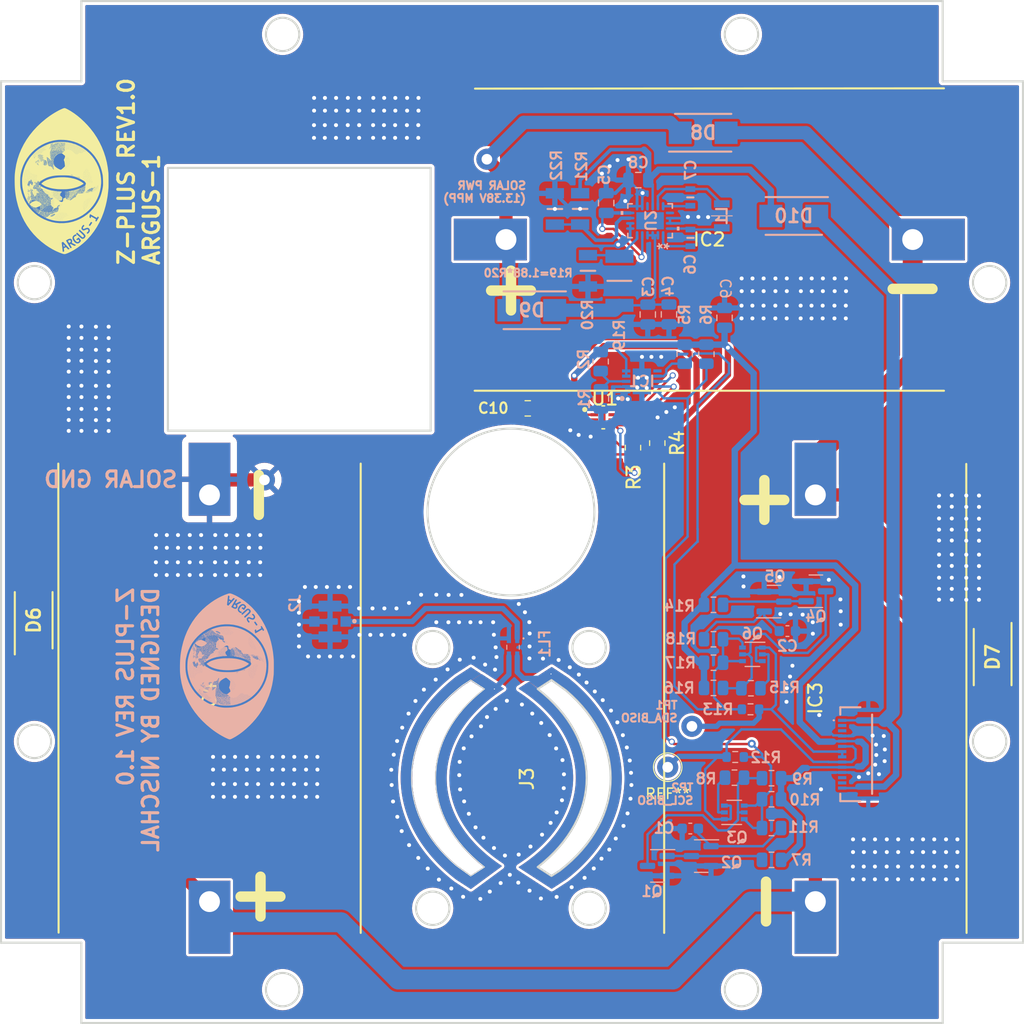
<source format=kicad_pcb>
(kicad_pcb (version 20221018) (generator pcbnew)
  (layers (0 "F.Cu" signal) (31 "B.Cu" signal) (34 "B.Paste" user) (35 "F.Paste" user) (36 "B.SilkS" user "B.Silkscreen") (37 "F.SilkS" user "F.Silkscreen") (38 "B.Mask" user) (39 "F.Mask" user) (44 "Edge.Cuts" user))
  (net 0 "")
  (net 1 "Net-(Q2-G)")
  (net 2 "GND")
  (net 3 "Net-(Q5-G)")
  (net 4 "Net-(U2-VCC)")
  (net 5 "Net-(U2-SW1)")
  (net 6 "Net-(U2-BST1)")
  (net 7 "Net-(U2-SW2)")
  (net 8 "Net-(U2-BST2)")
  (net 9 "/SOLAR_PANEL_ELECTRONICS/7023_vout")
  (net 10 "VSOLAR")
  (net 11 "Net-(IC1-XORL)")
  (net 12 "+3.3V")
  (net 14 "SCL_4001")
  (net 15 "SDA_4001")
  (net 16 "SDA_SUN")
  (net 17 "SCL_SUN")
  (net 18 "SCL1_b4iso")
  (net 19 "SDA1_b4iso")
  (net 20 "Net-(JP1-C)")
  (net 21 "Net-(Q1-G)")
  (net 22 "Net-(Q3A-B1)")
  (net 23 "Net-(Q4-G)")
  (net 24 "Net-(FL1-Pad2)")
  (net 25 "Net-(Q6A-B1)")
  (net 26 "/SOLAR_PANEL_ELECTRONICS/MPPC1")
  (net 27 "/SOLAR_PANEL_ELECTRONICS/FB1")
  (net 33 "Net-(IC3-NEG)")
  (net 34 "Net-(U2-PVIN)")
  (net 35 "Net-(U2-VOUT)")
  (net 36 "Net-(FL1-Pad3)")
  (net 37 "Net-(Q1-D)")
  (net 38 "Net-(Q4-D)")
  (net 39 "Net-(IC2-NEG)")
  (net 44 "Net-(J2-SIGNAL)")
  (footprint "" (layer "F.Cu") (at 167.37 48.92)
    (fp_text reference "")
    (fp_text value "")
  )
  (footprint "SparkFun-Jumper:SMT-JUMPER_3_NO_NO-SILK" (layer "F.Cu") (at 175.58 72.75 90)
    (fp_text reference "JP2")
    (fp_text value "~")
  )
  (footprint "Audio_Module:Radio_antenna" (layer "F.Cu") (at 171.71 108.33 90)
    (fp_text reference "J3")
    (fp_text value "Tape_Measure_Antenna")
    (fp_poly (pts (xy -9.318613 1.853146) (xy -8.800523 2.653146) (xy -8.321961 3.243966) (xy -7.828665 3.79667) (xy -7.321618 4.311256) (xy -6.801801 4.787724) (xy -6.270197 5.226075) (xy -5.727788 5.626309) (xy -5.175556 5.988425) (xy -4.614483 6.312423) (xy -4.045553 6.598305) (xy -3.469747 6.846068) (xy -2.888047 7.055714) (xy -2.301435 7.227243) (xy -1.710895 7.360654) (xy -1.117408 7.455948) (xy -0.521956 7.513124) (xy 0.074477 7.532183) (xy 0.670911 7.513124) (xy 1.266363 7.455948) (xy 1.85985 7.360654) (xy 2.45039 7.227243) (xy 3.037001 7.055714) (xy 3.618701 6.846068) (xy 4.194508 6.598305) (xy 4.763438 6.312423) (xy 5.32451 5.988425) (xy 5.876742 5.626309) (xy 6.419151 5.226075) (xy 6.950755 4.787724) (xy 7.470572 4.311256) (xy 7.977619 3.79667) (xy 8.470915 3.243966) (xy 9.467568 1.853146) (xy 8.611776 0.531691) (xy 8.151424 1.10003) (xy 7.676898 1.631703) (xy 7.189144 2.126708) (xy 6.689107 2.585047) (xy 6.177731 3.006718) (xy 5.655961 3.391722) (xy 5.124742 3.740059) (xy 4.585019 4.051729) (xy 4.037737 4.326732) (xy 3.48384 4.565068) (xy 2.924275 4.766737) (xy 2.359984 4.931739) (xy 1.791915 5.060074) (xy 1.22101 5.151742) (xy 0.648216 5.206742) (xy 0.074477 5.225076) (xy -0.499262 5.206742) (xy -1.072056 5.151742) (xy -1.64296 5.060074) (xy -2.21103 4.931739) (xy -2.77532 4.766737) (xy -3.334886 4.565068) (xy -3.888782 4.326732) (xy -4.436064 4.051729) (xy -4.975787 3.740059) (xy -5.507006 3.391722) (xy -6.028776 3.006718) (xy -6.540152 2.585047) (xy -7.04019 2.126708) (xy -7.527943 1.631703) (xy -8.002469 1.10003) (xy -8.462821 0.531691)) (stroke (width 0.2)) (fill none) (layer "Edge.Cuts"))
    (fp_poly (pts (xy 8.611776 -4.568544) (xy 9.467568 -5.89) (xy 8.949477 -6.69) (xy 8.470915 -7.28082) (xy 7.977619 -7.833524) (xy 7.470572 -8.34811) (xy 6.950755 -8.824578) (xy 6.419151 -9.262929) (xy 5.876742 -9.663162) (xy 5.32451 -10.025278) (xy 4.763438 -10.349277) (xy 4.194508 -10.635158) (xy 3.618701 -10.882921) (xy 3.037001 -11.092568) (xy 2.45039 -11.264096) (xy 1.85985 -11.397507) (xy 1.266363 -11.492801) (xy 0.670911 -11.549977) (xy 0.074477 -11.569036) (xy -0.521956 -11.549977) (xy -1.117408 -11.492801) (xy -1.710895 -11.397507) (xy -2.301435 -11.264096) (xy -2.888047 -11.092568) (xy -3.469747 -10.882921) (xy -4.045553 -10.635158) (xy -4.614483 -10.349277) (xy -5.175556 -10.025278) (xy -5.727788 -9.663162) (xy -6.270197 -9.262929) (xy -6.801801 -8.824578) (xy -7.321618 -8.34811) (xy -7.828665 -7.833524) (xy -8.321961 -7.28082) (xy -9.318613 -5.89) (xy -8.462821 -4.568544) (xy -8.002469 -5.136883) (xy -7.527943 -5.668556) (xy -7.04019 -6.163561) (xy -6.540152 -6.6219) (xy -6.028776 -7.043571) (xy -5.507006 -7.428575) (xy -4.975787 -7.776912) (xy -4.436064 -8.088582) (xy -3.888782 -8.363585) (xy -3.334886 -8.601921) (xy -2.77532 -8.80359) (xy -2.21103 -8.968592) (xy -1.64296 -9.096927) (xy -1.072056 -9.188595) (xy -0.499262 -9.243595) (xy 0.074477 -9.261929) (xy 0.648216 -9.243595) (xy 1.22101 -9.188595) (xy 1.791915 -9.096927) (xy 2.359984 -8.968592) (xy 2.924275 -8.80359) (xy 3.48384 -8.601921) (xy 4.037737 -8.363585) (xy 4.585019 -8.088582) (xy 5.124742 -7.776912) (xy 5.655961 -7.428575) (xy 6.177731 -7.043571) (xy 6.689107 -6.6219) (xy 7.189144 -6.163561) (xy 7.676898 -5.668556) (xy 8.151424 -5.136883)) (stroke (width 0.1)) (fill none) (layer "Edge.Cuts"))
  )
  (footprint "AA_AUTO_LOADER:DIOM5436X330N" (layer "F.Cu") (at 215.87 96.66 -90)
    (fp_text reference "D7")
    (fp_text value "LSM115JE3_TR13" hide)
  )
  (footprint "Capacitor_SMD:C_0805_2012Metric" (layer "F.Cu") (at 171.29 72.81 180)
    (fp_text reference "C10")
    (fp_text value "0.1uF")
  )
  (footprint "OPT4001DTST:DTS0008A-MFG" (layer "F.Cu") (at 178.53 73.67)
    (fp_text reference "U1")
    (fp_text value "OPT4001DTST")
  )
  (footprint "" (layer "F.Cu") (at 187.03 103.3)
    (fp_text reference "")
    (fp_text value "")
  )
  (footprint "" (layer "F.Cu") (at 146.04 79.67)
    (fp_text reference "")
    (fp_text value "")
  )
  (footprint "AA_AUTO_LOADER:SODFL520290X120N" (layer "F.Cu") (at 198.87 100.61 -90)
    (fp_text reference "IC3")
    (fp_text value "SM141K08TFV" hide)
  )
  (footprint "SparkFun-Jumper:SMT-JUMPER_3_NO_NO-SILK" (layer "F.Cu") (at 178.63 76.41 -90)
    (fp_text reference "JP1")
    (fp_text value "~")
  )
  (footprint "AA_AUTO_LOADER:DIOM5436X330N" (layer "F.Cu") (at 123.91 93.13 90)
    (fp_text reference "D6")
    (fp_text value "LSM115JE3_TR13" hide)
  )
  (footprint "Source_Footprints:Test_Point_D1.02mm" (layer "F.Cu") (at 184.71 107.22 180)
    (fp_text reference "REF**")
    (fp_text value "Test_Point_D1.02mm")
  )
  (footprint "Resistor_SMD:R_0805_2012Metric" (layer "F.Cu") (at 181.38 76.58 90)
    (fp_text reference "R3")
    (fp_text value "10K")
  )
  (footprint "logo:ARGUS_LOGO" (layer "F.Cu") (at 126.53 51.22 90)
    (fp_text reference "." hide)
    (fp_text value "." hide)
  )
  (footprint "AA_AUTO_LOADER:SODFL520290X120N" (layer "F.Cu") (at 140.77 100.61 90)
    (fp_text reference "IC4")
    (fp_text value "SM141K08TFV" hide)
  )
  (footprint "Resistor_SMD:R_0805_2012Metric" (layer "F.Cu") (at 183.71 76.14 90)
    (fp_text reference "R4")
    (fp_text value "10K")
  )
  (footprint "AA_AUTO_LOADER:SODFL520290X120N" (layer "F.Cu") (at 188.7 56.62)
    (fp_text reference "IC2")
    (fp_text value "SM141K08TFV" hide)
  )
  (footprint "AA_AUTO_LOADER:RESC5025X70N" (layer "B.Cu") (at 180.08 60.58 -90)
    (fp_text reference "R19")
    (fp_text value "12M" hide)
  )
  (footprint "AA_AUTO_LOADER:DIOM5436X330N" (layer "B.Cu") (at 171.67 63.4 180)
    (fp_text reference "D9")
    (fp_text value "LSM115JE3_TR13" hide)
  )
  (footprint "Resistor_SMD:R_0805_2012Metric" (layer "B.Cu") (at 189.1 94.95)
    (fp_text reference "R18")
    (fp_text value "100K")
  )
  (footprint "Resistor_SMD:R_0805_2012Metric" (layer "B.Cu") (at 194.664875 113.054925 180)
    (fp_text reference "R11")
    (fp_text value "100K")
  )
  (footprint "Capacitor_SMD:C_0805_2012Metric" (layer "B.Cu") (at 182.8 63.81 -90)
    (fp_text reference "C3")
    (fp_text value "47uF")
  )
  (footprint "Package_TO_SOT_SMD:SOT-363_SC-70-6" (layer "B.Cu") (at 191.094875 111.554925)
    (fp_text reference "Q3")
    (fp_text value "MBT2222ADW1T1")
  )
  (footprint "Capacitor_SMD:C_0805_2012Metric" (layer "B.Cu") (at 184.83 63.8 -90)
    (fp_text reference "C4")
    (fp_text value "1uF")
  )
  (footprint "Capacitor_SMD:C_0805_2012Metric" (layer "B.Cu") (at 181.89 50.92 180)
    (fp_text reference "C8")
    (fp_text value "4.7uF")
  )
  (footprint "Package_TO_SOT_SMD:SOT-23" (layer "B.Cu") (at 183.714875 116.684925 180)
    (fp_text reference "Q1")
    (fp_text value "BSS138")
  )
  (footprint "AA_AUTO_LOADER:DIOM5436X330N" (layer "B.Cu") (at 188.11 46.38)
    (fp_text reference "D8")
    (fp_text value "LSM115JE3_TR13" hide)
  )
  (footprint "AA_AUTO_LOADER:RESC3116X65N" (layer "B.Cu") (at 173.89 53.69 -90)
    (fp_text reference "R22")
    (fp_text value "RC1206FR-072ML" hide)
  )
  (footprint "AA_AUTO_LOADER:CAPC1608X90N" (layer "B.Cu") (at 186.88 52.58 -90)
    (fp_text reference "C7")
    (fp_text value "CGA3E2X7R1H223K080AA" hide)
  )
  (footprint "AA_AUTO_LOADER:LQM2HPN1R0MG0L" (layer "B.Cu") (at 189.9 54.35 -90)
    (fp_text reference "L1")
    (fp_text value "LQM2HPN4R7MG0L" hide)
  )
  (footprint "Resistor_SMD:R_0603_1608Metric" (layer "B.Cu") (at 191.184875 106.244925)
    (fp_text reference "R12")
    (fp_text value "0")
  )
  (footprint "AA_AUTO_LOADER:RESC3116X65N" (layer "B.Cu") (at 177.06 59.62 90)
    (fp_text reference "R20")
    (fp_text value "1M" hide)
  )
  (footprint "Capacitor_SMD:C_0805_2012Metric" (layer "B.Cu") (at 190.16 64.13 90)
    (fp_text reference "C9")
    (fp_text value "0.1uF")
  )
  (footprint "Resistor_SMD:R_0603_1608Metric" (layer "B.Cu") (at 192.65 101.67 180)
    (fp_text reference "R13")
    (fp_text value "0")
  )
  (footprint "Resistor_SMD:R_0805_2012Metric" (layer "B.Cu") (at 191.114875 108.224925 180)
    (fp_text reference "R8")
    (fp_text value "600")
  )
  (footprint "LTC3130:UDC_20_ADI" (layer "B.Cu") (at 183.02 54.82 90)
    (fp_text reference "U2")
    (fp_text value "LTC3130EUDC-1-PBF")
  )
  (footprint "Resistor_SMD:R_0805_2012Metric" (layer "B.Cu") (at 178.31 71.9 -90)
    (fp_text reference "R1")
    (fp_text value "182K")
  )
  (footprint "Resistor_SMD:R_0805_2012Metric" (layer "B.Cu") (at 189.1 97.2 180)
    (fp_text reference "R17")
    (fp_text value "10K")
  )
  (footprint "logo:ARGUS_LOGO" (layer "B.Cu") (at 142.38 97.35 -90)
    (fp_text reference "." hide)
    (fp_text value "." hide)
  )
  (footprint "Resistor_SMD:R_0805_2012Metric" (layer "B.Cu") (at 194.664875 110.294925)
    (fp_text reference "R10")
    (fp_text value "10K")
  )
  (footprint "Resistor_SMD:R_0805_2012Metric" (layer "B.Cu") (at 194.664875 116.104925)
    (fp_text reference "R7")
    (fp_text value "10K")
  )
  (footprint "Capacitor_SMD:C_0805_2012Metric" (layer "B.Cu") (at 178.81 53.12 90)
    (fp_text reference "C5")
    (fp_text value "4.7uF")
  )
  (footprint "Package_TO_SOT_SMD:SOT-23" (layer "B.Cu") (at 198.92 90.35)
    (fp_text reference "Q4")
    (fp_text value "BSS138")
  )
  (footprint "Resistor_SMD:R_0805_2012Metric" (layer "B.Cu") (at 194.664875 108.274925 180)
    (fp_text reference "R9")
    (fp_text value "10K")
  )
  (footprint "Capacitor_SMD:C_0603_1608Metric" (layer "B.Cu") (at 186.874875 113.104925 180)
    (fp_text reference "C1")
    (fp_text value "10nF")
  )
  (footprint "Resistor_SMD:R_0805_2012Metric" (layer "B.Cu") (at 192.69 99.65 180)
    (fp_text reference "R15")
    (fp_text value "600")
  )
  (footprint "Package_TO_SOT_SMD:SOT-23" (layer "B.Cu") (at 187.924875 115.744925 180)
    (fp_text reference "Q2")
    (fp_text value "BSS138")
  )
  (footprint "Resistor_SMD:R_0805_2012Metric" (layer "B.Cu") (at 178.28 68.32 -90)
    (fp_text reference "R2")
    (fp_text value "976k")
  )
  (footprint "Package_TO_SOT_SMD:SOT-23" (layer "B.Cu") (at 194.9 91.34)
    (fp_text reference "Q5")
    (fp_text value "BSS138")
  )
  (footprint "AA_AUTO_LOADER:F3311A7H121014E200" (layer "B.Cu") (at 202.785 105.975 -90)
    (fp_text reference "J1" hide)
    (fp_text value "F3311A7H121014E200" hide)
  )
  (footprint "Package_TO_SOT_SMD:SOT-363_SC-70-6" (layer "B.Cu") (at 192.83 96.4 180)
    (fp_text reference "Q6")
    (fp_text value "MBT2222ADW1T1")
  )
  (footprint "Capacitor_SMD:C_0603_1608Metric" (layer "B.Cu") (at 196.19 94.17)
    (fp_text reference "C2")
    (fp_text value "10nF")
  )
  (footprint "Resistor_SMD:R_0805_2012Metric" (layer "B.Cu") (at 189.1 91.65 180)
    (fp_text reference "R14")
    (fp_text value "10K")
  )
  (footprint "Resistor_SMD:R_0805_2012Metric" (layer "B.Cu") (at 186.34 67.61 90)
    (fp_text reference "R5")
    (fp_text value "10K")
  )
  (footprint "AA_AUTO_LOADER:73412-0110" (layer "B.Cu") (at 152.33 93.25 -90)
    (fp_text reference "J2")
    (fp_text value "73412-0114" hide)
  )
  (footprint "Resistor_SMD:R_0805_2012Metric" (layer "B.Cu") (at 189.1 99.62)
    (fp_text reference "R16")
    (fp_text value "10K")
  )
  (footprint "AA_AUTO_LOADER:DIOM5436X330N" (layer "B.Cu") (at 196.8 54.36 180)
    (fp_text reference "D10")
    (fp_text value "LSM115JE3_TR13" hide)
  )
  (footprint "AA_AUTO_LOADER:RESC3116X65N" (layer "B.Cu") (at 176.31 53.68 90)
    (fp_text reference "R21")
    (fp_text value "RV1206JR-0722ML" hide)
  )
  (footprint "AA_AUTO_LOADER:DXW21HN5011BL" (layer "B.Cu") (at 169.88 95.72 -90)
    (fp_text reference "FL1")
    (fp_text value "DXW21HN5011BL" hide)
  )
  (footprint "AA_AUTO_LOADER:SON50P300X300X85-11N-D" (layer "B.Cu") (at 182.23 70.22)
    (fp_text reference "IC1")
    (fp_text value "LTC4316IDD#PBF" hide)
  )
  (footprint "Resistor_SMD:R_0805_2012Metric" (layer "B.Cu") (at 188.42 67.61 90)
    (fp_text reference "R6")
    (fp_text value "10K")
  )
  (footprint "AA_AUTO_LOADER:CAPC1608X90N" (layer "B.Cu") (at 186.89 56.46 -90)
    (fp_text reference "C6")
    (fp_text value "CGA3E2X7R1H223K080AA" hide)
  )
  (gr_circle (center 162.174 120.75) (end 162.174 122.35) (stroke (width 0.2)) (fill none) (layer "Edge.Cuts"))
  (gr_line (start 211.08 131.75) (end 211.08 124.05) (stroke (width 0.2)) (layer "Edge.Cuts"))
  (gr_line (start 211.08 33.75) (end 128.48 33.75) (stroke (width 0.2)) (layer "Edge.Cuts"))
  (gr_line (start 161.98 74.95) (end 136.78 74.95) (stroke (width 0.2)) (layer "Edge.Cuts"))
  (gr_circle (center 169.674169 82.75) (end 169.674169 90.75) (stroke (width 0.2)) (fill none) (layer "Edge.Cuts"))
  (gr_circle (center 177.174 120.75) (end 177.174 122.35) (stroke (width 0.2)) (fill none) (layer "Edge.Cuts"))
  (gr_circle (center 123.98 104.75) (end 123.98 106.35) (stroke (width 0.2)) (fill none) (layer "Edge.Cuts"))
  (gr_line (start 136.78 49.75) (end 161.98 49.75) (stroke (width 0.2)) (layer "Edge.Cuts"))
  (gr_circle (center 147.78 36.95) (end 147.78 38.55) (stroke (width 0.2)) (fill none) (layer "Edge.Cuts"))
  (gr_line (start 128.48 41.45) (end 120.78 41.45) (stroke (width 0.2)) (layer "Edge.Cuts"))
  (gr_line (start 161.98 49.75) (end 161.98 74.95) (stroke (width 0.2)) (layer "Edge.Cuts"))
  (gr_circle (center 162.174 95.75) (end 162.174 97.35) (stroke (width 0.2)) (fill none) (layer "Edge.Cuts"))
  (gr_circle (center 215.58 60.75) (end 215.58 62.35) (stroke (width 0.2)) (fill none) (layer "Edge.Cuts"))
  (gr_line (start 211.08 41.45) (end 211.08 33.75) (stroke (width 0.2)) (layer "Edge.Cuts"))
  (gr_line (start 218.78 41.45) (end 211.08 41.45) (stroke (width 0.2)) (layer "Edge.Cuts"))
  (gr_circle (center 123.98 60.75) (end 123.98 62.35) (stroke (width 0.2)) (fill none) (layer "Edge.Cuts"))
  (gr_circle (center 177.174 95.75) (end 177.174 97.35) (stroke (width 0.2)) (fill none) (layer "Edge.Cuts"))
  (gr_line (start 218.78 124.05) (end 218.78 41.45) (stroke (width 0.2)) (layer "Edge.Cuts"))
  (gr_line (start 120.78 124.05) (end 128.48 124.05) (stroke (width 0.2)) (layer "Edge.Cuts"))
  (gr_circle (center 191.78 128.55) (end 191.78 130.15) (stroke (width 0.2)) (fill none) (layer "Edge.Cuts"))
  (gr_line (start 136.78 74.95) (end 136.78 49.75) (stroke (width 0.2)) (layer "Edge.Cuts"))
  (gr_line (start 120.78 41.45) (end 120.78 124.05) (stroke (width 0.2)) (layer "Edge.Cuts"))
  (gr_circle (center 147.78 128.55) (end 147.78 130.15) (stroke (width 0.2)) (fill none) (layer "Edge.Cuts"))
  (gr_line (start 128.48 124.05) (end 128.48 131.75) (stroke (width 0.2)) (layer "Edge.Cuts"))
  (gr_circle (center 215.58 104.75) (end 215.58 106.35) (stroke (width 0.2)) (fill none) (layer "Edge.Cuts"))
  (gr_line (start 128.48 33.75) (end 128.48 41.45) (stroke (width 0.2)) (layer "Edge.Cuts"))
  (gr_circle (center 191.78 36.95) (end 191.78 38.55) (stroke (width 0.2)) (fill none) (layer "Edge.Cuts"))
  (gr_line (start 211.08 124.05) (end 218.78 124.05) (stroke (width 0.2)) (layer "Edge.Cuts"))
  (gr_line (start 128.48 131.75) (end 211.08 131.75) (stroke (width 0.2)) (layer "Edge.Cuts"))
  (gr_text "TP2\nSCL_BISO\n" (at 187.27 110.86) (layer "B.SilkS") (effects (font (size 0.762 0.762) (thickness 0.1905) bold) (justify left bottom mirror)))
  (gr_text "SOLAR PWR\n(13.38V MPP)" (at 171.23 53.12) (layer "B.SilkS") (effects (font (size 0.762 0.762) (thickness 0.1905) bold) (justify left bottom mirror)))
  (gr_text "SOLAR GND" (at 137.85 80.51) (layer "B.SilkS") (effects (font (size 1.5 1.5) (thickness 0.3) bold) (justify left bottom mirror)))
  (gr_text "TP1\nSDA_BISO\n" (at 185.75 102.95) (layer "B.SilkS") (effects (font (size 0.762 0.762) (thickness 0.1905) bold) (justify left bottom mirror)))
  (gr_text "Z-PLUS REV 1.0\nDESIGNED BY NISCHAL\n" (at 136.01 89.82 90) (layer "B.SilkS") (effects (font (size 1.5 1.5) (thickness 0.3) bold) (justify left bottom mirror)))
  (gr_text "R19=1.88*R20" (at 175.7 60.28) (layer "B.SilkS") (effects (font (size 0.762 0.762) (thickness 0.1905) bold) (justify left bottom mirror)))
  (gr_text "Z-PLUS REV1.0 \nARGUS-1" (at 136.09 59.22 90) (layer "F.SilkS") (effects (font (size 1.5 1.5) (thickness 0.3) bold) (justify left bottom)))
  (segment (start 188.862375 114.794925) (end 193.837375 114.794925) (width 0.23495) (layer "B.Cu") (net 1))
  (segment (start 187.649875 113.582425) (end 188.862375 114.794925) (width 0.23495) (layer "B.Cu") (net 1))
  (segment (start 187.649875 113.104925) (end 187.649875 113.582425) (width 0.23495) (layer "B.Cu") (net 1))
  (segment (start 193.837375 114.794925) (end 195.577375 113.054925) (width 0.23495) (layer "B.Cu") (net 1))
  (segment (start 176.437201 74.420001) (end 175.58 73.5628) (width 0.23495) (layer "F.Cu") (net 2))
  (segment (start 142.21 79.67) (end 140.77 81.11) (width 1.27) (layer "F.Cu") (net 2))
  (segment (start 177.669999 74.420001) (end 176.437201 74.420001) (width 0.23495) (layer "F.Cu") (net 2))
  (segment (start 146.04 79.67) (end 142.21 79.67) (width 1.27) (layer "F.Cu") (net 2))
  (via (at 171.47 94.4) (size 0.762) (drill 0.381) (layers "F.Cu" "B.Cu") (net 2))
  (via (at 177.62 116.93) (size 0.762) (drill 0.381) (layers "F.Cu" "B.Cu") (net 2))
  (via (at 205.72 115.36) (size 0.762) (drill 0.381) (layers "F.Cu" "B.Cu") (net 2))
  (via (at 158.37 110.51) (size 0.762) (drill 0.381) (layers "F.Cu" "B.Cu") (net 2))
  (via (at 145.44 106.23) (size 0.762) (drill 0.381) (layers "F.Cu" "B.Cu") (net 2))
  (via (at 151.12 106.23) (size 0.762) (drill 0.381) (layers "F.Cu" "B.Cu") (net 2))
  (via (at 209.18 117.97) (size 0.762) (drill 0.381) (layers "F.Cu" "B.Cu") (net 2))
  (via (at 136.68 84.96) (size 0.762) (drill 0.381) (layers "F.Cu" "B.Cu") (net 2))
  (via (at 129.88 70.65) (size 0.762) (drill 0.381) (layers "F.Cu" "B.Cu") (net 2))
  (via (at 143.22 107.45) (size 0.762) (drill 0.381) (layers "F.Cu" "B.Cu") (net 2))
  (via (at 142.15 106.23) (size 0.762) (drill 0.381) (layers "F.Cu" "B.Cu") (net 2))
  (via (at 200.16 89.25) (size 0.762) (drill 0.381) (layers "F.Cu" "B.Cu") (net 2))
  (via (at 152.91 43.04) (size 0.762) (drill 0.381) (layers "F.Cu" "B.Cu") (net 2))
  (via (at 139.97 84.96) (size 0.762) (drill 0.381) (layers "F.Cu" "B.Cu") (net 2))
  (via (at 180.88 71.93) (size 0.762) (drill 0.381) (layers "F.Cu" "B.Cu") (net 2))
  (via (at 151.1 108.84) (size 0.762) (drill 0.381) (layers "F.Cu" "B.Cu") (net 2))
  (via (at 129.88 72.87) (size 0.762) (drill 0.381) (layers "F.Cu" "B.Cu") (net 2))
  (via (at 192.83 64.18) (size 0.762) (drill 0.381) (layers "F.Cu" "B.Cu") (net 2))
  (via (at 159.2 113.35) (size 0.762) (drill 0.381) (layers "F.Cu" "B.Cu") (net 2))
  (via (at 214.56 90.13) (size 0.762) (drill 0.381) (layers "F.Cu" "B.Cu") (net 2))
  (via (at 151.83 45.65) (size 0.762) (drill 0.381) (layers "F.Cu" "B.Cu") (net 2))
  (via (at 153.46 96.6) (size 0.762) (drill 0.381) (layers "F.Cu" "B.Cu") (net 2))
  (via (at 213.34 90.13) (size 0.762) (drill 0.381) (layers "F.Cu" "B.Cu") (net 2))
  (via (at 193.91 61.57) (size 0.762) (drill 0.381) (layers "F.Cu" "B.Cu") (net 2))
  (via (at 149.35 92.41) (size 0.762) (drill 0.381) (layers "F.Cu" "B.Cu") (net 2))
  (via (at 142.15 107.45) (size 0.762) (drill 0.381) (layers "F.Cu" "B.Cu") (net 2))
  (via (at 193.9 64.18) (size 0.762) (drill 0.381) (layers "F.Cu" "B.Cu") (net 2))
  (via (at 137.74 88.79) (size 0.762) (drill 0.381) (layers "F.Cu" "B.Cu") (net 2))
  (via (at 127.27 74.97) (size 0.762) (drill 0.381) (layers "F.Cu" "B.Cu") (net 2))
  (via (at 158.7 91.99) (size 0.762) (drill 0.381) (layers "F.Cu" "B.Cu") (net 2))
  (via (at 127.27 71.73) (size 0.762) (drill 0.381) (layers "F.Cu" "B.Cu") (net 2))
  (via (at 211.95 82.24) (size 0.762) (drill 0.381) (layers "F.Cu" "B.Cu") (net 2))
  (via (at 210.73 82.24) (size 0.762) (drill 0.381) (layers "F.Cu" "B.Cu") (net 2))
  (via (at 145.43 108.84) (size 0.762) (drill 0.381) (layers "F.Cu" "B.Cu") (net 2))
  (via (at 145.43 110.06) (size 0.762) (drill 0.381) (layers "F.Cu" "B.Cu") (net 2))
  (via (at 208.16 115.36) (size 0.762) (drill 0.381) (layers "F.Cu" "B.Cu") (net 2))
  (via (at 149.92 89.94) (size 0.762) (drill 0.381) (layers "F.Cu" "B.Cu") (net 2))
  (via (at 198.62 93.32) (size 0.762) (drill 0.381) (layers "F.Cu" "B.Cu") (net 2))
  (via (at 158.44 106.02) (size 0.762) (drill 0.381) (layers "F.Cu" "B.Cu") (net 2))
  (via (at 211.95 85.48) (size 0.762) (drill 0.381) (layers "F.Cu" "B.Cu") (net 2))
  (via (at 180.86 111.65) (size 0.762) (drill 0.381) (layers "F.Cu" "B.Cu") (net 2))
  (via (at 170.38 118.29) (size 0.762) (drill 0.381) (layers "F.Cu" "B.Cu") (net 2))
  (via (at 146.77 110.06) (size 0.762) (drill 0.381) (layers "F.Cu" "B.Cu") (net 2))
  (via (at 214.56 81.17) (size 0.762) (drill 0.381) (layers "F.Cu" "B.Cu") (net 2))
  (via (at 150.8 43.04) (size 0.762) (drill 0.381) (layers "F.Cu" "B.Cu") (net 2))
  (via (at 142.34 87.57) (size 0.762) (drill 0.381) (layers "F.Cu" "B.Cu") (net 2))
  (via (at 143.22 106.23) (size 0.762) (drill 0.381) (layers "F.Cu" "B.Cu") (net 2))
  (via (at 155.15 94.53) (size 0.762) (drill 0.381) (layers "F.Cu" "B.Cu") (net 2))
  (via (at 127.27 72.86) (size 0.762) (drill 0.381) (layers "F.Cu" "B.Cu") (net 2))
  (via (at 200.7 64.18) (size 0.762) (drill 0.381) (layers "F.Cu" "B.Cu") (net 2))
  (via (at 165.64 111.69) (size 0.762) (drill 0.381) (layers "F.Cu" "B.Cu") (net 2))
  (via (at 146.77 108.84) (size 0.762) (drill 0.381) (layers "F.Cu" "B.Cu") (net 2))
  (via (at 154.25 89.94) (size 0.762) (drill 0.381) (layers "F.Cu" "B.Cu") (net 2))
  (via (at 166.1 96.72) (size 0.762) (drill 0.381) (layers "F.Cu" "B.Cu") (net 2))
  (via (at 144.34 110.06) (size 0.762) (drill 0.381) (layers "F.Cu" "B.Cu") (net 2))
  (via (at 196.13 61.57) (size 0.762) (drill 0.381) (layers "F.Cu" "B.Cu") (net 2))
  (via (at 162.52 90.68) (size 0.762) (drill 0.381) (layers "F.Cu" "B.Cu") (net 2))
  (via (at 211.95 81.15) (size 0.762) (drill 0.381) (layers "F.Cu" "B.Cu") (net 2))
  (via (at 137.75 84.96) (size 0.762) (drill 0.381) (layers "F.Cu" "B.Cu") (net 2))
  (via (at 174.01 105.42) (size 0.762) (drill 0.381) (layers "F.Cu" "B.Cu") (net 2))
  (via (at 198.5 64.18) (size 0.762) (drill 0.381) (layers "F.Cu" "B.Cu") (net 2))
  (via (at 188.58 54.47) (size 0.762) (drill 0.381) (layers "F.Cu" "B.Cu") (net 2))
  (via (at 201.27 91.13) (size 0.762) (drill 0.381) (layers "F.Cu" "B.Cu") (net 2))
  (via (at 164.72 107.98) (size 0.762) (drill 0.381) (layers "F.Cu" "B.Cu") (net 2))
  (via (at 201.81 61.57) (size 0.762) (drill 0.381) (layers "F.Cu" "B.Cu") (net 2))
  (via (at 205.71 116.75) (size 0.762) (drill 0.381) (layers "F.Cu" "B.Cu") (net 2))
  (via (at 213.34 85.5) (size 0.762) (drill 0.381) (layers "F.Cu" "B.Cu") (net 2))
  (via (at 203.51 117.97) (size 0.762) (drill 0.381) (layers "F.Cu" "B.Cu") (net 2))
  (via (at 212.47 116.75) (size 0.762) (drill 0.381) (layers "F.Cu" "B.Cu") (net 2))
  (via (at 148.88 110.06) (size 0.762) (drill 0.381) (layers "F.Cu" "B.Cu") (net 2))
  (via (at 162.77 118) (size 0.762) (drill 0.381) (layers "F.Cu" "B.Cu") (net 2))
  (via (at 200.7 62.96) (size 0.762) (drill 0.381) (layers "F.Cu" "B.Cu") (net 2))
  (via (at 163.7 90.7) (size 0.762) (drill 0.381) (layers "F.Cu" "B.Cu") (net 2))
  (via (at 212.49 115.36) (size 0.762) (drill 0.381) (layers "F.Cu" "B.Cu") (net 2))
  (via (at 210.73 91.16) (size 0.762) (drill 0.381) (layers "F.Cu" "B.Cu") (net 2))
  (via (at 199.24 102.22) (size 0.762) (drill 0.381) (layers "F.Cu" "B.Cu") (net 2))
  (via (at 149.35 91.32) (size 0.762) (drill 0.381) (layers "F.Cu" "B.Cu") (net 2))
  (via (at 171.55 114.83) (size 0.762) (drill 0.381) (layers "F.Cu" "B.Cu") (net 2))
  (via (at 176.31 53.68) (size 0.762) (drill 0.381) (layers "F.Cu" "B.Cu") (net 2))
  (via (at 159.7 46.87) (size 0.762) (drill 0.381) (layers "F.Cu" "B.Cu") (net 2))
  (via (at 162.52 93.32) (size 0.762) (drill 0.381) (layers "F.Cu" "B.Cu") (net 2))
  (via (at 135.64 84.96) (size 0.762) (drill 0.381) (layers "F.Cu" "B.Cu") (net 2))
  (via (at 172.58 102.98) (size 0.762) (drill 0.381) (layers "F.Cu" "B.Cu") (net 2))
  (via (at 210.25 117.97) (size 0.762) (drill 0.381) (layers "F.Cu" "B.Cu") (net 2))
  (via (at 211.95 83.37) (size 0.762) (drill 0.381) (layers "F.Cu" "B.Cu") (net 2))
  (via (at 131.1 72.87) (size 0.762) (drill 0.381) (layers "F.Cu" "B.Cu") (net 2))
  (via (at 171.46 119.06) (size 0.762) (drill 0.381) (layers "F.Cu" "B.Cu") (net 2))
  (via (at 141.32 84.96) (size 0.762) (drill 0.381) (layers "F.Cu" "B.Cu") (net 2))
  (via (at 210.73 84.44) (size 0.762) (drill 0.381) (layers "F.Cu" "B.Cu") (net 2))
  (via (at 145.44 107.45) (size 0.762) (drill 0.381) (layers "F.Cu" "B.Cu") (net 2))
  (via (at 148.9 106.23) (size 0.762) (drill 0.381) (layers "F.Cu" "B.Cu") (net 2))
  (via (at 147.81 108.84) (size 0.762) (drill 0.381) (layers "F.Cu" "B.Cu") (net 2))
  (via (at 128.49 67.18) (size 0.762) (drill 0.381) (layers "F.Cu" "B.Cu") (net 2))
  (via (at 174.76 107.9) (size 0.762) (drill 0.381) (layers "F.Cu" "B.Cu") (net 2))
  (via (at 135.63 87.57) (size 0.762) (drill 0.381) (layers "F.Cu" "B.Cu") (net 2))
  (via (at 163.96 118.85) (size 0.762) (drill 0.381) (layers "F.Cu" "B.Cu") (net 2))
  (via (at 129.88 67.2) (size 0.762) (drill 0.381) (layers "F.Cu" "B.Cu") (net 2))
  (via (at 199.57 62.96) (size 0.762) (drill 0.381) (layers "F.Cu" "B.Cu") (net 2))
  (via (at 131.1 68.27) (size 0.762) (drill 0.381) (layers "F.Cu" "B.Cu") (net 2))
  (via (at 203.51 116.75) (size 0.762) (drill 0.381) (layers "F.Cu" "B.Cu") (net 2))
  (via (at 199.59 61.57) (size 0.762) (drill 0.381) (layers "F.Cu" "B.Cu") (net 2))
  (via (at 131.1 67.2) (size 0.762) (drill 0.381) (layers "F.Cu" "B.Cu") (net 2))
  (via (at 196.67 97.49) (size 0.762) (drill 0.381) (layers "F.Cu" "B.Cu") (net 2))
  (via (at 179.88 102.92) (size 0.762) (drill 0.381) (layers "F.Cu" "B.Cu") (net 2))
  (via (at 143.21 110.06) (size 0.762) (drill 0.381) (layers "F.Cu" "B.Cu") (net 2))
  (via (at 178.4 50.3) (size 0.762) (drill 0.381) (layers "F.Cu" "B.Cu") (net 2))
  (via (at 145.63 87.57) (size 0.762) (drill 0.381) (layers "F.Cu" "B.Cu") (net 2))
  (via (at 213.34 89.06) (size 0.762) (drill 0.381) (layers "F.Cu" "B.Cu") (net 2))
  (via (at 159.86 102.08) (size 0.762) (drill 0.381) (layers "F.Cu" "B.Cu") (net 2))
  (via (at 179.9 49) (size 0.762) (drill 0.381) (layers "F.Cu" "B.Cu") (net 2))
  (via (at 158.39 94.53) (size 0.762) (drill 0.381) (layers "F.Cu" "B.Cu") (net 2))
  (via (at 185.39 72.71) (size 0.762) (drill 0.381) (layers "F.Cu" "B.Cu") (net 2))
  (via (at 166.762079 93.32) (size 0.762) (drill 0.381) (layers "F.Cu" "B.Cu") (net 2))
  (via (at 136.68 86.18) (size 0.762) (drill 0.381) (layers "F.Cu" "B.Cu") (net 2))
  (via (at 209.18 116.75) (size 0.762) (drill 0.381) (layers "F.Cu" "B.Cu") (net 2))
  (via (at 168.69 118.33) (size 0.762) (drill 0.381) (layers "F.Cu" "B.Cu") (net 2))
  (via (at 156.48 44.26) (size 0.762) (drill 0.381) (layers "F.Cu" "B.Cu") (net 2))
  (via (at 197.65 92.59) (size 0.762) (drill 0.381) (layers "F.Cu" "B.Cu") (net 2))
  (via (at 131.1 74.98) (size 0.762) (drill 0.381) (layers "F.Cu" "B.Cu") (net 2))
  (via (at 210.25 116.75) (size 0.762) (drill 0.381) (layers "F.Cu" "B.Cu") (net 2))
  (via (at 177.32 75.52) (size 0.762) (drill 0.381) (layers "F.Cu" "B.Cu") (net 2))
  (via (at 150.79 45.65) (size 0.762) (drill 0.381) (layers "F.Cu" "B.Cu") (net 2))
  (via (at 197.48 60.35) (size 0.762) (drill 0.381) (layers "F.Cu" "B.Cu") (net 2))
  (via (at 128.49 70.64) (size 0.762) (drill 0.381) (layers "F.Cu" "B.Cu") (net 2))
  (via (at 202.48 114.14) (size 0.762) (drill 0.381) (layers "F.Cu" "B.Cu") (net 2))
  (via (at 201.3 93.55) (size 0.762) (drill 0.381) (layers "F.Cu" "B.Cu") (net 2))
  (via (at 199.41 109.34) (size 0.5842) (drill 0.381) (layers "F.Cu" "B.Cu") (net 2))
  (via (at 182.7 69.87) (size 0.762) (drill 0.381) (layers "F.Cu" "B.Cu") (net 2))
  (via (at 174.62 106.54) (size 0.762) (drill 0.381) (layers "F.Cu" "B.Cu") (net 2))
  (via (at 160.79 45.65) (size 0.762) (drill 0.381) (layers "F.Cu" "B.Cu") (net 2))
  (via (at 184.58 73.16) (size 0.762) (drill 0.381) (layers "F.Cu" "B.Cu") (net 2))
  (via (at 155.11 91.99) (size 0.762) (drill 0.381) (layers "F.Cu" "B.Cu") (net 2))
  (via (at 131.1 73.94) (size 0.762) (drill 0.381) (layers "F.Cu" "B.Cu") (net 2))
  (via (at 192.83 62.96) (size 0.762) (drill 0.381) (layers "F.Cu" "B.Cu") (net 2))
  (via (at 142.14 110.06) (size 0.762) (drill 0.381) (layers "F.Cu" "B.Cu") (net 2))
  (via (at 170.73 101.21) (size 0.762) (drill 0.381) (layers "F.Cu" "B.Cu") (net 2))
  (via (at 172.75 96.81) (size 0.762) (drill 0.381) (layers "F.Cu" "B.Cu") (net 2))
  (via (at 145.63 88.79) (size 0.762) (drill 0.381) (layers "F.Cu" "B.Cu") (net 2))
  (via (at 172.66 113.69) (size 0.762) (drill 0.381) (layers "F.Cu" "B.Cu") (net 2))
  (via (at 171.46 95.64) (size 0.762) (drill 0.381) (layers "F.Cu" "B.Cu") (net 2))
  (via (at 162.46 98.82) (size 0.762) (drill 0.381) (layers "F.Cu" "B.Cu") (net 2))
  (via (at 192.84 60.35) (size 0.762) (drill 0.381) (layers "F.Cu" "B.Cu") (net 2))
  (via (at 127.27 68.25) (size 0.762) (drill 0.381) (layers "F.Cu" "B.Cu") (net 2))
  (via (at 208.14 116.75) (size 0.762) (drill 0.381) (layers "F.Cu" "B.Cu") (net 2))
  (via (at 154.04 43.04) (size 0.762) (drill 0.381) (layers "F.Cu" "B.Cu") (net 2))
  (via (at 204.61 106.98) (size 0.762) (drill 0.381) (layers "F.Cu" "B.Cu") (net 2))
  (via (at 210.73 90.12) (size 0.762) (drill 0.381) (layers "F.Cu" "B.Cu") (net 2))
  (via (at 165.79 93.32) (size 0.762) (drill 0.381) (layers "F.Cu" "B.Cu") (net 2))
  (via (at 168.05 114.97) (size 0.762) (drill 0.381) (layers "F.Cu" "B.Cu") (net 2))
  (via (at 174.57 110.39) (size 0.762) (drill 0.381) (layers "F.Cu" "B.Cu") (net 2))
  (via (at 148.9 107.45) (size 0.762) (drill 0.381) (layers "F.Cu" "B.Cu") (net 2))
  (via (at 202.48 115.36) (size 0.762) (drill 0.381) (layers "F.Cu" "B.Cu") (net 2))
  (via (at 179.96 71.86) (size 0.762) (drill 0.381) (layers "F.Cu" "B.Cu") (net 2))
  (via (at 201.79 64.18) (size 0.762) (drill 0.381) (layers "F.Cu" "B.Cu") (net 2))
  (via (at 154.55 96.6) (size 0.762) (drill 0.381) (layers "F.Cu" "B.Cu") (net 2))
  (via (at 191.8 61.57) (size 0.762) (drill 0.381) (layers "F.Cu" "B.Cu") (net 2))
  (via (at 170.42 115.6) (size 0.762) (drill 0.381) (layers "F.Cu" "B.Cu") (net 2))
  (via (at 167.38 102.41) (size 0.762) (drill 0.381) (layers "F.Cu" "B.Cu") (net 2))
  (via (at 195.43 88.98) (size 0.762) (drill 0.381) (layers "F.Cu" "B.Cu") (net 2))
  (via (at 213.34 81.17) (size 0.762) (drill 0.381) (layers "F.Cu" "B.Cu") (net 2))
  (via (at 164.77 96.91) (size 0.762) (drill 0.381) (layers "F.Cu" "B.Cu") (net 2))
  (via (at 210.27 115.36) (size 0.762) (drill 0.381) (layers "F.Cu" "B.Cu") (net 2))
  (via (at 147.83 106.23) (size 0.762) (drill 0.381) (layers "F.Cu" "B.Cu") (net 2))
  (via (at 182.7 70.86) (size 0.762) (drill 0.381) (layers "F.Cu" "B.Cu") (net 2))
  (via (at 174.74 109.23) (size 0.762) (drill 0.381) (layers "F.Cu" "B.Cu") (net 2))
  (via (at 157.5 46.87) (size 0.762) (drill 0.381) (layers "F.Cu" "B.Cu") (net 2))
  (via (at 150.8 44.26) (size 0.762) (drill 0.381) (layers "F.Cu" "B.Cu") (net 2))
  (via (at 179.96 57.11) (size 0.762) (drill 0.381) (layers "F.Cu" "B.Cu") (net 2))
  (via (at 196.12 64.18) (size 0.762) (drill 0.381) (layers "F.Cu" "B.Cu") (net 2))
  (via (at 127.27 64.96) (size 0.762) (drill 0.381) (layers "F.Cu" "B.Cu") (net 2))
  (via (at 203.05 108.17) (size 0.762) (drill 0.381) (layers "F.Cu" "B.Cu") (net 2))
  (via (at 211.95 91.16) (size 0.762) (drill 0.381) (layers "F.Cu" "B.Cu") (net 2))
  (via (at 213.34 86.84) (size 0.762) (drill 0.381) (layers "F.Cu" "B.Cu") (net 2))
  (via (at 143.41 88.79) (size 0.762) (drill 0.381) (layers "F.Cu" "B.Cu") (net 2))
  (via (at 178.48 100.79) (size 0.762) (drill 0.381) (layers "F.Cu" "B.Cu") (net 2))
  (via (at 199.57 64.18) (size 0.762) (drill 0.381) (layers "F.Cu" "B.Cu") (net 2))
  (via (at 195.03 64.18) (size 0.762) (drill 0.381) (layers "F.Cu" "B.Cu") (net 2))
  (via (at 171.72 102.08) (size 0.762) (drill 0.381) (layers "F.Cu" "B.Cu") (net 2))
  (via (at 155.13 43.04) (size 0.762) (drill 0.381) (layers "F.Cu" "B.Cu") (net 2))
  (via (at 191.79 64.18) (size 0.762) (drill 0.381) (layers "F.Cu" "B.Cu") (net 2))
  (via (at 160.81 43.04) (size 0.762) (drill 0.381) (layers "F.Cu" "B.Cu") (net 2))
  (via (at 213.34 87.93) (size 0.762) (drill 0.381) (layers "F.Cu" "B.Cu") (net 2))
  (via (at 141.1 108.84) (size 0.762) (drill 0.381) (layers "F.Cu" "B.Cu") (net 2))
  (via (at 181.07 106.58) (size 0.762) (drill 0.381) (layers "F.Cu" "B.Cu") (net 2))
  (via (at 204.97 107.89) (size 0.762) (drill 0.381) (layers "F.Cu" "B.Cu") (net 2))
  (via (at 180.79 105.33) (size 0.762) (drill 0.381) (layers "F.Cu" "B.Cu") (net 2))
  (via (at 197.46 62.96) (size 0.762) (drill 0.381) (layers "F.Cu" "B.Cu") (net 2))
  (via (at 151.26 96.6) (size 0.762) (drill 0.381) (layers "F.Cu" "B.Cu") (net 2))
  (via (at 152.91 44.26) (size 0.762) (drill 0.381) (layers "F.Cu" "B.Cu") (net 2))
  (via (at 166.282789 112.989975) (size 0.762) (drill 0.381) (layers "F.Cu" "B.Cu") (net 2))
  (via (at 150.96 89.94) (size 0.762) (drill 0.381) (layers "F.Cu" "B.Cu") (net 2))
  (via (at 168.21 101.63) (size 0.762) (drill 0.381) (layers "F.Cu" "B.Cu") (net 2))
  (via (at 147.81 110.06) (size 0.762) (drill 0.381) (layers "F.Cu" "B.Cu") (net 2))
  (via (at 210.73 86.83) (size 0.762) (drill 0.381) (layers "F.Cu" "B.Cu") (net 2))
  (via (at 173.89 53.69) (size 0.762) (drill 0.381) (layers "F.Cu" "B.Cu") (net 2))
  (via (at 151.1 110.06) (size 0.762) (drill 0.381) (layers "F.Cu" "B.Cu") (net 2))
  (via (at 141.3 87.57) (size 0.762) (drill 0.381) (layers "F.Cu" "B.Cu") (net 2))
  (via (at 147.83 107.45) (size 0.762) (drill 0.381) (layers "F.Cu" "B.Cu") (net 2))
  (via (at 141.11 107.45) (size 0.762) (drill 0.381) (layers "F.Cu" "B.Cu") (net 2))
  (via (at 150.03 106.23) (size 0.762) (drill 0.381) (layers "F.Cu" "B.Cu") (net 2))
  (via (at 184.09 67.87) (size 0.762) (drill 0.381) (layers "F.Cu" "B.Cu") (net 2))
  (via (at 157.5 45.65) (size 0.762) (drill 0.381) (layers "F.Cu" "B.Cu") (net 2))
  (via (at 166.74 119.85) (size 0.762) (drill 0.381) (layers "F.Cu" "B.Cu") (net 2))
  (via (at 204.71 106.05) (size 0.762) (drill 0.381) (layers "F.Cu" "B.Cu") (net 2))
  (via (at 203.52 115.36) (size 0.762) (drill 0.381) (layers "F.Cu" "B.Cu") (net 2))
  (via (at 173.39 104.14) (size 0.762) (drill 0.381) (layers "F.Cu" "B.Cu") (net 2))
  (via (at 186.65 54.45) (size 0.762) (drill 0.381) (layers "F.Cu" "B.Cu") (net 2))
  (via (at 156.48 43.04) (size 0.762) (drill 0.381) (layers "F.Cu" "B.Cu") (net 2))
  (via (at 143.43 86.18) (size 0.762) (drill 0.381) (layers "F.Cu" "B.Cu") (net 2))
  (via (at 178.36 115.99) (size 0.762) (drill 0.381) (layers "F.Cu" "B.Cu") (net 2))
  (via (at 159.72 43.04) (size 0.762) (drill 0.381) (layers "F.Cu" "B.Cu") (net 2))
  (via (at 150.22 96.6) (size 0.762) (drill 0.381) (layers "F.Cu" "B.Cu") (net 2))
  (via (at 135.64 86.18) (size 0.762) (drill 0.381) (layers "F.Cu" "B.Cu") (net 2))
  (via (at 196.5 92.56) (size 0.762) (drill 0.381) (layers "F.Cu" "B.Cu") (net 2))
  (via (at 144.54 88.79) (size 0.762) (drill 0.381) (layers "F.Cu" "B.Cu") (net 2))
  (via (at 183.74 73.68) (size 0.762) (drill 0.381) (layers "F.Cu" "B.Cu") (net 2))
  (via (at 191.8 60.35) (size 0.762) (drill 0.381) (layers "F.Cu" "B.Cu") (net 2))
  (via (at 129.88 73.94) (size 0.762) (drill 0.381) (layers "F.Cu" "B.Cu") (net 2))
  (via (at 151.84 44.26) (size 0.762) (drill 0.381) (layers "F.Cu" "B.Cu") (net 2))
  (via (at 176.93 99.1) (size 0.762) (drill 0.381) (layers "F.Cu" "B.Cu") (net 2))
  (via (at 214.56 89.06) (size 0.762) (drill 0.381) (layers "F.Cu" "B.Cu") (net 2))
  (via (at 181.87 69.87) (size 0.762) (drill 0.381) (layers "F.Cu" "B.Cu") (net 2))
  (via (at 158.24 108.93) (size 0.762) (drill 0.381) (layers "F.Cu" "B.Cu") (net 2))
  (via (at 175.5 118.73) (size 0.762) (drill 0.381) (layers "F.Cu" "B.Cu") (net 2))
  (via (at 198.5 62.96) (size 0.762) (drill 0.381) (layers "F.Cu" "B.Cu") (net 2))
  (via (at 160.81 44.26) (size 0.762) (drill 0.381) (layers "F.Cu" "B.Cu") (net 2))
  (via (at 181.19 107.76) (size 0.762) (drill 0.381) (layers "F.Cu" "B.Cu") (net 2))
  (via (at 159.7 45.65) (size 0.762) (drill 0.381) (layers "F.Cu" "B.Cu") (net 2))
  (via (at 158.78 111.98) (size 0.762) (drill 0.381) (layers "F.Cu" "B.Cu") (net 2))
  (via (at 211.38 117.97) (size 0.762) (drill 0.381) (layers "F.Cu" "B.Cu") (net 2))
  (via (at 127.27 66.05) (size 0.762) (drill 0.381) (layers "F.Cu" "B.Cu") (net 2))
  (via (at 150.01 108.84) (size 0.762) (drill 0.381) (layers "F.Cu" "B.Cu") (net 2))
  (via (at 128.49 66.05) (size 0.762) (drill 0.381) (layers "F.Cu" "B.Cu") (net 2))
  (via (at 141.3 88.79) (size 0.762) (drill 0.381) (layers "F.Cu" "B.Cu") (net 2))
  (via (at 210.73 81.15) (size 0.762) (drill 0.381) (layers "F.Cu" "B.Cu") (net 2))
  (via (at 128.49 72.86) (size 0.762) (drill 0.381) (layers "F.Cu" "B.Cu") (net 2))
  (via (at 204.59 115.36) (size 0.762) (drill 0.381) (layers "F.Cu" "B.Cu") (net 2))
  (via (at 191.79 62.96) (size 0.762) (drill 0.381) (layers "F.Cu" "B.Cu") (net 2))
  (via (at 160.79 46.87) (size 0.762) (drill 0.381) (layers "F.Cu" "B.Cu") (net 2))
  (via (at 198.52 60.35) (size 0.762) (drill 0.381) (layers "F.Cu" "B.Cu") (net 2))
  (via (at 195.51 92.53) (size 0.762) (drill 0.381) (layers "F.Cu" "B.Cu") (net 2))
  (via (at 176.17 75.36) (size 0.762) (drill 0.381) (layers "F.Cu" "B.Cu") (net 2))
  (via (at 214.56 86.84) (size 0.762) (drill 0.381) (layers "F.Cu" "B.Cu") (net 2))
  (via (at 157.52 44.26) (size 0.762) (drill 0.381) (layers "F.Cu" "B.Cu") (net 2))
  (via (at 152.03 89.94) (size 0.762) (drill 0.381) (layers "F.Cu" "B.Cu") (net 2))
  (via (at 214.56 84.46) (size 0.762) (drill 0.381) (layers "F.Cu" "B.Cu") (net 2))
  (via (at 195.03 62.96) (size 0.762) (drill 0.381) (layers "F.Cu" "B.Cu") (net 2))
  (via (at 211.95 87.92) (size 0.762) (drill 0.381) (layers "F.Cu" "B.Cu") (net 2))
  (via (at 196.12 62.96) (size 0.762) (drill 0.381) (layers "F.Cu" "B.Cu") (net 2))
  (via (at 205.43 104.23) (size 0.762) (drill 0.381) (layers "F.Cu" "B.Cu") (net 2))
  (via (at 144.35 106.23) (size 0.762) (drill 0.381) (layers "F.Cu" "B.Cu") (net 2))
  (via (at 195.04 60.35) (size 0.762) (drill 0.381) (layers "F.Cu" "B.Cu") (net 2))
  (via (at 138.88 84.96) (size 0.762) (drill 0.381) (layers "F.Cu" "B.Cu") (net 2))
  (via (at 164.8 109.35) (size 0.762) (drill 0.381) (layers "F.Cu" "B.Cu") (net 2))
  (via (at 211.4 114.14) (size 0.762) (drill 0.381) (layers "F.Cu" "B.Cu") (net 2))
  (via (at 171.45 96.79) (size 0.762) (drill 0.381) (layers "F.Cu" "B.Cu") (net 2))
  (via (at 158.59 43.04) (size 0.762) (drill 0.381) (layers "F.Cu" "B.Cu") (net 2))
  (via (at 199.59 60.35) (size 0.762) (drill 0.381) (layers "F.Cu" "B.Cu") (net 2))
  (via (at 138.88 86.18) (size 0.762) (drill 0.381) (layers "F.Cu" "B.Cu") (net 2))
  (via (at 139.96 87.57) (size 0.762) (drill 0.381) (layers "F.Cu" "B.Cu") (net 2))
  (via (at 155.12 45.65) (size 0.762) (drill 0.381) (layers "F.Cu" "B.Cu") (net 2))
  (via (at 204.36 104.19) (size 0.762) (drill 0.381) (layers "F.Cu" "B.Cu") (net 2))
  (via (at 141.11 106.23) (size 0.762) (drill 0.381) (layers "F.Cu" "B.Cu") (net 2))
  (via (at 129.88 69.31) (size 0.762) (drill 0.381) (layers "F.Cu" "B.Cu") (net 2))
  (via (at 174.06 111.56) (size 0.762) (drill 0.381) (layers "F.Cu" "B.Cu") (net 2))
  (via (at 196.44 98.53) (size 0.762) (drill 0.381) (layers "F.Cu" "B.Cu") (net 2))
  (via (at 205.53 105.52) (size 0.762) (drill 0.381) (layers "F.Cu" "B.Cu") (net 2))
  (via (at 175.368747 74.911914) (size 0.762) (drill 0.381) (layers "F.Cu" "B.Cu") (net 2))
  (via (at 180.41 104.15) (size 0.762) (drill 0.381) (layers "F.Cu" "B.Cu") (net 2))
  (via (at 200.72 61.57) (size 0.762) (drill 0.381) (layers "F.Cu" "B.Cu") (net 2))
  (via (at 154.03 46.87) (size 0.762) (drill 0.381) (layers "F.Cu" "B.Cu") (net 2))
  (via (at 173.48 112.56) (size 0.762) (drill 0.381) (layers "F.Cu" "B.Cu") (net 2))
  (via (at 165.896276 104.262765) (size 0.762) (drill 0.381) (layers "F.Cu" "B.Cu") (net 2))
  (via (at 131.1 69.31) (size 0.762) (drill 0.381) (layers "F.Cu" "B.Cu") (net 2))
  (via (at 168.21 95.73) (size 0.762) (drill 0.381) (layers "F.Cu" "B.Cu") (net 2))
  (via (at 169.57 117.54) (size 0.762) (drill 0.381) (layers "F.Cu" "B.Cu") (net 2))
  (via (at 144.56 84.96) (size 0.762) (drill 0.381) (layers "F.Cu" "B.Cu") (net 2))
  (via (at 212.49 114.14) (size 0.762) (drill 0.381) (layers "F.Cu" "B.Cu") (net 2))
  (via (at 161.7 116.94) (size 0.762) (drill 0.381) (layers "F.Cu" "B.Cu") (net 2))
  (via (at 167.97 93.32) (size 0.762) (drill 0.381) (layers "F.Cu" "B.Cu") (net 2))
  (via (at 136.67 87.57) (size 0.762) (drill 0.381) (layers "F.Cu" "B.Cu") (net 2))
  (via (at 208.16 114.14) (size 0.762) (drill 0.381) (layers "F.Cu" "B.Cu") (net 2))
  (via (at 128.49 71.73) (size 0.762) (drill 0.381) (layers "F.Cu" "B.Cu") (net 2))
  (via (at 191.97 88.93) (size 0.762) (drill 0.381) (layers "F.Cu" "B.Cu") (net 2))
  (via (at 210.73 85.48) (size 0.762) (drill 0.381) (layers "F.Cu" "B.Cu") (net 2))
  (via (at 211.95 89.05) (size 0.762) (drill 0.381) (layers "F.Cu" "B.Cu") (net 2))
  (via (at 196.14 99.64) (size 0.762) (drill 0.381) (layers "F.Cu" "B.Cu") (net 2))
  (via (at 128.49 68.25) (size 0.762) (drill 0.381) (layers "F.Cu" "B.Cu") (net 2))
  (via (at 210.73 87.92) (size 0.762) (drill 0.381) (layers "F.Cu" "B.Cu") (net 2))
  (via (at 211.95 90.12) (size 0.762) (drill 0.381) (layers "F.Cu" "B.Cu") (net 2))
  (via (at 203.94 107.81) (size 0.762) (drill 0.381) (layers "F.Cu" "B.Cu") (net 2))
  (via (at 129.88 74.98) (size 0.762) (drill 0.381) (layers "F.Cu" "B.Cu") (net 2))
  (via (at 182.3 52.16) (size 0.762) (drill 0.381) (layers "F.Cu" "B.Cu") (net 2))
  (via (at 205.71 117.97) (size 0.762) (drill 0.381) (layers "F.Cu" "B.Cu") (net 2))
  (via (at 201.79 62.96) (size 0.762) (drill 0.381) (layers "F.Cu" "B.Cu") (net 2))
  (via (at 206.8 117.97) (size 0.762) (drill 0.381) (layers "F.Cu" "B.Cu") (net 2))
  (via (at 158.2 107.47) (size 0.762) (drill 0.381) (layers "F.Cu" "B.Cu") (net 2))
  (via (at 138.87 88.79) (size 0.762) (drill 0.381) (layers "F.Cu" "B.Cu") (net 2))
  (via (at 191.98 89.89) (size 0.762) (drill 0.381) (layers "F.Cu" "B.Cu") (net 2))
  (via (at 154.03 45.65) (size 0.762) (drill 0.381) (layers "F.Cu" "B.Cu") (net 2))
  (via (at 159.48 94.53) (size 0.762) (drill 0.381) (layers "F.Cu" "B.Cu") (net 2))
  (via (at 165.19 110.5) (size 0.762) (drill 0.381) (layers "F.Cu" "B.Cu") (net 2))
  (via (at 152.9 46.87) (size 0.762) (drill 0.381) (layers "F.Cu" "B.Cu") (net 2))
  (via (at 167.04 113.98) (size 0.762) (drill 0.381) (layers "F.Cu" "B.Cu") (net 2))
  (via (at 177.72 99.96) (size 0.762) (drill 0.381) (layers "F.Cu" "B.Cu") (net 2))
  (via (at 146.79 107.45) (size 0.762) (drill 0.381) (layers "F.Cu" "B.Cu") (net 2))
  (via (at 128.49 64.96) (size 0.762) (drill 0.381) (layers "F.Cu" "B.Cu") (net 2))
  (via (at 154.04 44.26) (size 0.762) (drill 0.381) (layers "F.Cu" "B.Cu") (net 2))
  (via (at 128.49 74.97) (size 0.762) (drill 0.381) (layers "F.Cu" "B.Cu") (net 2))
  (via (at 143.41 87.57) (size 0.762) (drill 0.381) (layers "F.Cu" "B.Cu") (net 2))
  (via (at 179.27 101.79) (size 0.762) (drill 0.381) (layers "F.Cu" "B.Cu") (net 2))
  (via (at 214.56 87.93) (size 0.762) (drill 0.381) (layers "F.Cu" "B.Cu") (net 2))
  (via (at 169.29 100.85) (size 0.762) (drill 0.381) (layers "F.Cu" "B.Cu") (net 2))
  (via (at 198.63 94.42) (size 0.762) (drill 0.381) (layers "F.Cu" "B.Cu") (net 2))
  (via (at 158.76 104.71) (size 0.762) (drill 0.381) (layers "F.Cu" "B.Cu") (net 2))
  (via (at 210.73 83.37) (size 0.762) (drill 0.381) (layers "F.Cu" "B.Cu") (net 2))
  (via (at 210.27 114.14) (size 0.762) (drill 0.381) (layers "F.Cu" "B.Cu") (net 2))
  (via (at 209.2 114.14) (size 0.762) (drill 0.381) (layers "F.Cu" "B.Cu") (net 2))
  (via (at 146.79 106.23) (size 0.762) (drill 0.381) (layers "F.Cu" "B.Cu") (net 2))
  (via (at 141.32 86.18) (size 0.762) (drill 0.381) (layers "F.Cu" "B.Cu") (net 2))
  (via (at 196.13 60.35) (size 0.762) (drill 0.381) (layers "F.Cu" "B.Cu") (net 2))
  (via (at 142.34 88.79) (size 0.762) (drill 0.381) (layers "F.Cu" "B.Cu") (net 2))
  (via (at 206.81 114.14) (size 0.762) (drill 0.381) (layers "F.Cu" "B.Cu") (net 2))
  (via (at 211.95 84.44) (size 0.762) (drill 0.381) (layers "F.Cu" "B.Cu") (net 2))
  (via (at 198.52 61.57) (size 0.762) (drill 0.381) (layers "F.Cu" "B.Cu") (net 2))
  (via (at 176.19 98.34) (size 0.762) (drill 0.381) (layers "F.Cu" "B.Cu") (net 2))
  (via (at 155.13 44.26) (size 0.762) (drill 0.381) (layers "F.Cu" "B.Cu") (net 2))
  (via (at 180.95 48.93) (size 0.762) (drill 0.381) (layers "F.Cu" "B.Cu") (net 2))
  (via (at 158.59 44.26) (size 0.762) (drill 0.381) (layers "F.Cu" "B.Cu") (net 2))
  (via (at 148.88 108.84) (size 0.762) (drill 0.381) (layers "F.Cu" "B.Cu") (net 2))
  (via (at 144.56 86.18) (size 0.762) (drill 0.381) (layers "F.Cu" "B.Cu") (net 2))
  (via (at 201.81 60.35) (size 0.762) (drill 0.381) (layers "F.Cu" "B.Cu") (net 2))
  (via (at 127.27 67.18) (size 0.762) (drill 0.381) (layers "F.Cu" "B.Cu") (net 2))
  (via (at 159.91 114.69) (size 0.762) (drill 0.381) (layers "F.Cu" "B.Cu") (net 2))
  (via (at 141.1 110.06) (size 0.762) (drill 0.381) (layers "F.Cu" "B.Cu") (net 2))
  (via (at 156.4 91.99) (size 0.762) (drill 0.381) (layers "F.Cu" "B.Cu") (net 2))
  (via (at 160.79 115.92) (size 0.762) (drill 0.381) (layers "F.Cu" "B.Cu") (net 2))
  (via (at 180.64 52.93) (size 0.762) (drill 0.381) (layers "F.Cu" "B.Cu") (net 2))
  (via (at 156.19 94.53) (size 0.762) (drill 0.381) (layers "F.Cu" "B.Cu") (net 2))
  (via (at 137.75 86.18) (size 0.762) (drill 0.381) (layers "F.Cu" "B.Cu") (net 2))
  (via (at 197.46 64.18) (size 0.762) (drill 0.381) (layers "F.Cu" "B.Cu") (net 2))
  (via (at 167.2 97.38) (size 0.762) (drill 0.381) (layers "F.Cu" "B.Cu") (net 2))
  (via (at 151.83 46.87) (size 0.762) (drill 0.381) (layers "F.Cu" "B.Cu") (net 2))
  (via (at 149.35 94.61) (size 0.762) (drill 0.381) (layers "F.Cu" "B.Cu") (net 2))
  (via (at 214.56 83.39) (size 0.762) (drill 0.381) (layers "F.Cu" "B.Cu") (net 2))
  (via (at 161.33 99.78) (size 0.762) (drill 0.381) (layers "F.Cu" "B.Cu") (net 2))
  (via (at 163.6 97.84) (size 0.762) (drill 0.381) (layers "F.Cu" "B.Cu") (net 2))
  (via (at 206.81 115.36) (size 0.762) (drill 0.381) (layers "F.Cu" "B.Cu") (net 2))
  (via (at 168.15 97.86) (size 0.762) (drill 0.381) (layers "F.Cu" "B.Cu") (net 2))
  (via (at 127.27 70.64) (size 0.762) (drill 0.381) (layers "F.Cu" "B.Cu") (net 2))
  (via (at 150.79 46.87) (size 0.762) (drill 0.381) (layers "F.Cu" "B.Cu") (net 2))
  (via (at 212.47 117.97) (size 0.762) (drill 0.381) (layers "F.Cu" "B.Cu") (net 2))
  (via (at 180.47 112.85) (size 0.762) (drill 0.381) (layers "F.Cu" "B.Cu") (net 2))
  (via (at 168.29 96.66) (size 0.762) (drill 0.381) (layers "F.Cu" "B.Cu") (net 2))
  (via (at 152.33 96.6) (size 0.762) (drill 0.381) (layers "F.Cu" "B.Cu") (net 2))
  (via (at 214.56 82.26) (size 0.762) (drill 0.381) (layers "F.Cu" "B.Cu") (net 2))
  (via (at 203.52 114.14) (size 0.762) (drill 0.381) (layers "F.Cu" "B.Cu") (net 2))
  (via (at 204.69 105.06) (size 0.762) (drill 0.381) (layers "F.Cu" "B.Cu") (net 2))
  (via (at 139.97 86.18) (size 0.762) (drill 0.381) (layers "F.Cu" "B.Cu") (net 2))
  (via (at 131.1 70.65) (size 0.762) (drill 0.381) (layers "F.Cu" "B.Cu") (net 2))
  (via (at 171.44 93.31) (size 0.762) (drill 0.381) (layers "F.Cu" "B.Cu") (net 2))
  (via (at 204.58 116.75) (size 0.762) (drill 0.381) (layers "F.Cu" "B.Cu") (net 2))
  (via (at 165.09 119.65) (size 0.762) (drill 0.381) (layers "F.Cu" "B.Cu") (net 2))
  (via (at 159.25 103.43) (size 0.762) (drill 0.381) (layers "F.Cu" "B.Cu") (net 2))
  (via (at 211.4 115.36) (size 0.762) (drill 0.381) (layers "F.Cu" "B.Cu") (net 2))
  (via (at 204.58 117.97) (size 0.762) (drill 0.381) (layers "F.Cu" "B.Cu") (net 2))
  (via (at 137.74 87.57) (size 0.762) (drill 0.381) (layers "F.Cu" "B.Cu") (net 2))
  (via (at 159.9 91.47) (size 0.762) (drill 0.381) (layers "F.Cu" "B.Cu") (net 2))
  (via (at 176.74 117.83) (size 0.762) (drill 0.381) (layers "F.Cu" "B.Cu") (net 2))
  (via (at 127.27 69.29) (size 0.762) (drill 0.381) (layers "F.Cu" "B.Cu") (net 2))
  (via (at 172.55 119.81) (size 0.762) (drill 0.381) (layers "F.Cu" "B.Cu") (net 2))
  (via (at 179.14 49.59) (size 0.762) (drill 0.381) (layers "F.Cu" "B.Cu") (net 2))
  (via (at 214.56 91.17) (size 0.762) (drill 0.381) (layers "F.Cu" "B.Cu") (net 2))
  (via (at 174.25 96.94) (size 0.762) (drill 0.381) (layers "F.Cu" "B.Cu") (net 2))
  (via (at 170.43 91.57) (size 0.762) (drill 0.381) (layers "F.Cu" "B.Cu") (net 2))
  (via (at 156.46 45.65) (size 0.762) (drill 0.381) (layers "F.Cu" "B.Cu") (net 2))
  (via (at 142.36 84.96) (size 0.762) (drill 0.381) (layers "F.Cu" "B.Cu") (net 2))
  (via (at 208.14 117.97) (size 0.762) (drill 0.381) (layers "F.Cu" "B.Cu") (net 2))
  (via (at 205.72 114.14) (size 0.762) (drill 0.381) (layers "F.Cu" "B.Cu") (net 2))
  (via (at 139.96 88.79) (size 0.762) (drill 0.381) (layers "F.Cu" "B.Cu") (net 2))
  (via (at 179.73 114.06) (size 0.762) (drill 0.381) (layers "F.Cu" "B.Cu") (net 2))
  (via (at 164.76 106.71) (size 0.762) (drill 0.381) (layers "F.Cu" "B.Cu") (net 2))
  (via (at 202.47 116.75) (size 0.762) (drill 0.381) (layers "F.Cu" "B.Cu") (net 2))
  (via (at 213.34 83.39) (size 0.762) (drill 0.381) (layers "F.Cu" "B.Cu") (net 2))
  (via (at 171.02 92.36) (size 0.762) (drill 0.381) (layers "F.Cu" "B.Cu") (net 2))
  (via (at 201.3 92.27) (size 0.762) (drill 0.381) (layers "F.Cu" "B.Cu") (net 2))
  (via (at 151.84 43.04) (size 0.762) (drill 0.381) (layers "F.Cu" "B.Cu") (net 2))
  (via (at 129.88 68.27) (size 0.762) (drill 0.381) (layers "F.Cu" "B.Cu") (net 2))
  (via (at 127.27 73.93) (size 0.762) (drill 0.381) (layers "F.Cu" "B.Cu") (net 2))
  (via (at 209.2 115.36) (size 0.762) (drill 0.381) (layers "F.Cu" "B.Cu") (net 2))
  (via (at 164.93 90.7) (size 0.762) (drill 0.381) (layers "F.Cu" "B.Cu") (net 2))
  (via (at 211.95 86.83) (size 0.762) (drill 0.381) (layers "F.Cu" "B.Cu") (net 2))
  (via (at 129.88 66.07) (size 0.762) (drill 0.381) (layers "F.Cu" "B.Cu") (net 2))
  (via (at 206.8 116.75) (size 0.762) (drill 0.381) (layers "F.Cu" "B.Cu") (net 2))
  (via (at 168.04 94.52) (size 0.762) (drill 0.381) (layers "F.Cu" "B.Cu") (net 2))
  (via (at 153.16 89.94) (size 0.762) (drill 0.381) (layers "F.Cu" "B.Cu") (net 2))
  (via (at 150.03 107.45) (size 0.762) (drill 0.381) (layers "F.Cu" "B.Cu") (net 2))
  (via (at 151.12 107.45) (size 0.762) (drill 0.381) (layers "F.Cu" "B.Cu") (net 2))
  (via (at 142.14 108.84) (size 0.762) (drill 0.381) (layers "F.Cu" "B.Cu") (net 2))
  (via (at 197.48 61.57) (size 0.762) (drill 0.381) (layers "F.Cu" "B.Cu") (net 2))
  (via (at 182.24 67.87) (size 0.762) (drill 0.381) (layers "F.Cu" "B.Cu") (net 2))
  (via (at 205.51 106.64) (size 0.762) (drill 0.381) (layers "F.Cu" "B.Cu") (net 2))
  (via (at 181.23 108.93) (size 0.762) (drill 0.381) (layers "F.Cu" "B.Cu") (net 2))
  (via (at 157.26 94.53) (size 0.762) (drill 0.381) (layers "F.Cu" "B.Cu") (net 2))
  (via (at 166.805035 103.298368) (size 0.762) (drill 0.381) (layers "F.Cu" "B.Cu") (net 2))
  (via (at 129.88 71.74) (size 0.762) (drill 0.381) (layers "F.Cu" "B.Cu") (net 2))
  (via (at 159.72 44.26) (size 0.762) (drill 0.381) (layers "F.Cu" "B.Cu") (net 2))
  (via (at 210.73 89.05) (size 0.762) (drill 0.381) (layers "F.Cu" "B.Cu") (net 2))
  (via (at 192.84 61.57) (size 0.762) (drill 0.381) (layers "F.Cu" "B.Cu") (net 2))
  (via (at 149.35 93.54) (size 0.762) (drill 0.381) (layers "F.Cu" "B.Cu") (net 2))
  (via (at 157.54 91.99) (size 0.762) (drill 0.381) (layers "F.Cu" "B.Cu") (net 2))
  (via (at 200.72 60.35) (size 0.762) (drill 0.381) (layers "F.Cu" "B.Cu") (net 2))
  (via (at 193.9 62.96) (size 0.762) (drill 0.381) (layers "F.Cu" "B.Cu") (net 2))
  (via (at 128.49 73.93) (size 0.762) (drill 0.381) (layers "F.Cu" "B.Cu") (net 2))
  (via (at 158.57 46.87) (size 0.762) (drill 0.381) (layers "F.Cu" "B.Cu") (net 2))
  (via (at 179.11 115.12) (size 0.762) (drill 0.381) (layers "F.Cu" "B.Cu") (net 2))
  (via (at 204.59 114.14) (size 0.762) (drill 0.381) (layers "F.Cu" "B.Cu") (net 2))
  (via (at 195.04 61.57) (size 0.762) (drill 0.381) (layers "F.Cu" "B.Cu") (net 2))
  (via (at 175.32 97.64) (size 0.762) (drill 0.381) (layers "F.Cu" "B.Cu") (net 2))
  (via (at 196.1 100.95) (size 0.762) (drill 0.381) (layers "F.Cu" "B.Cu") (net 2))
  (via (at 213.34 84.46) (size 0.762) (drill 0.381) (layers "F.Cu" "B.Cu") (net 2))
  (via (at 181.14 110.24) (size 0.762) (drill 0.381) (layers "F.Cu" "B.Cu") (net 2))
  (via (at 138.87 87.57) (size 0.762) (drill 0.381) (layers "F.Cu" "B.Cu") (net 2))
  (via (at 131.1 71.74) (size 0.762) (drill 0.381) (layers "F.Cu" "B.Cu") (net 2))
  (via (at 136.67 88.79) (size 0.762) (drill 0.381) (layers "F.Cu" "B.Cu") (net 2))
  (via (at 160.52 100.87) (size 0.762) (drill 0.381) (layers "F.Cu" "B.Cu") (net 2))
  (via (at 143.21 108.84) (size 0.762) (drill 0.381) (layers "F.Cu" "B.Cu") (net 2))
  (via (at 155.12 46.87) (size 0.762) (drill 0.381) (layers "F.Cu" "B.Cu") (net 2))
  (via (at 131.1 66.07) (size 0.762) (drill 0.381) (layers "F.Cu" "B.Cu") (net 2))
  (via (at 156.46 46.87) (size 0.762) (drill 0.381) (layers "F.Cu" "B.Cu") (net 2))
  (via (at 158.57 45.65) (size 0.762) (drill 0.381) (layers "F.Cu" "B.Cu") (net 2))
  (via (at 152.9 45.65) (size 0.762) (drill 0.381) (layers "F.Cu" "B.Cu") (net 2))
  (via (at 211.38 116.75) (size 0.762) (drill 0.381) (layers "F.Cu" "B.Cu") (net 2))
  (via (at 143.43 84.96) (size 0.762) (drill 0.381) (layers "F.Cu" "B.Cu") (net 2))
  (via (at 214.56 85.5) (size 0.762) (drill 0.381) (layers "F.Cu" "B.Cu") (net 2))
  (via (at 165.15 105.41) (size 0.762) (drill 0.381) (layers "F.Cu" "B.Cu") (net 2))
  (via (at 145.65 86.18) (size 0.762) (drill 0.381) (layers "F.Cu" "B.Cu") (net 2))
  (via (at 163.68 93.32) (size 0.762) (drill 0.381) (layers "F.Cu" "B.Cu") (net 2))
  (via (at 181.79 70.81) (size 0.762) (drill 0.381) (layers "F.Cu" "B.Cu") (net 2))
  (via (at 167.65 119.15) (size 0.762) (drill 0.381) (layers "F.Cu" "B.Cu") (net 2))
  (via (at 128.49 69.29) (size 0.762) (drill 0.381) (layers "F.Cu" "B.Cu") (net 2))
  (via (at 213.34 82.26) (size 0.762) (drill 0.381) (layers "F.Cu" "B.Cu") (net 2))
  (via (at 144.35 107.45) (size 0.762) (drill 0.381) (layers "F.Cu" "B.Cu") (net 2))
  (via (at 144.54 87.57) (size 0.762) (drill 0.381) (layers "F.Cu" "B.Cu") (net 2))
  (via (at 149.35 95.65) (size 0.762) (drill 0.381) (layers "F.Cu" "B.Cu") (net 2))
  (via (at 142.36 86.18) (size 0.762) (drill 0.381) (layers "F.Cu" "B.Cu") (net 2))
  (via (at 150.01 110.06) (size 0.762) (drill 0.381) (layers "F.Cu" "B.Cu") (net 2))
  (via (at 157.52 43.04) (size 0.762) (drill 0.381) (layers "F.Cu" "B.Cu") (net 2))
  (via (at 129.88 64.98) (size 0.762) (drill 0.381) (layers "F.Cu" "B.Cu") (net 2))
  (via (at 202.47 117.97) (size 0.762) (drill 0.381) (layers "F.Cu" "B.Cu") (net 2))
  (via (at 144.34 108.84) (size 0.762) (drill 0.381) (layers "F.Cu" "B.Cu") (net 2))
  (via (at 164.7 93.32) (size 0.762) (drill 0.381) (layers "F.Cu" "B.Cu") (net 2))
  (via (at 213.34 91.17) (size 0.762) (drill 0.381) (layers "F.Cu" "B.Cu") (net 2))
  (via (at 169.1 115.69) (size 0.762) (drill 0.381) (layers "F.Cu" "B.Cu") (net 2))
  (via (at 145.65 84.96) (size 0.762) (drill 0.381) (layers "F.Cu" "B.Cu") (net 2))
  (via (at 135.63 88.79) (size 0.762) (drill 0.381) (layers "F.Cu" "B.Cu") (net 2))
  (via (at 183.15 67.87) (size 0.762) (drill 0.381) (layers "F.Cu" "B.Cu") (net 2))
  (via (at 187.65 54.45) (size 0.762) (drill 0.381) (layers "F.Cu" "B.Cu") (net 2))
  (via (at 174.06 119.66) (size 0.762) (drill 0.381) (layers "F.Cu" "B.Cu") (net 2))
  (via (at 193.91 60.35) (size 0.762) (drill 0.381) (layers "F.Cu" "B.Cu") (net 2))
  (via (at 161.06 90.68) (size 0.762) (drill 0.381) (layers "F.Cu" "B.Cu") (net 2))
  (via (at 131.1 64.98) (size 0.762) (drill 0.381) (layers "F.Cu" "B.Cu") (net 2))
  (segment (start 178.81 52.17) (end 179.69 52.17) (width 0.337947) (layer "B.Cu") (net 2))
  (segment (start 179.1375 72.8125) (end 180.73 71.22) (width 0.508) (layer "B.Cu") (net 2))
  (segment (start 199.24 102.22) (end 199.24 102.82) (width 0.23495) (layer "B.Cu") (net 2))
  (segment (start 177.52 53.46) (end 178.81 52.17) (width 0.337947) (layer "B.Cu") (net 2))
  (segment (start 204.75 104.64) (end 203.92 103.81) (width 0.23495) (layer "B.Cu") (net 2))
  (segment (start 181.77 53.423) (end 181.77 51.75) (width 0.23495) (layer "B.Cu") (net 2))
  (segment (start 199.41 108.43) (end 200.115 107.725) (width 0.23495) (layer "B.Cu") (net 2))
  (segment (start 179.69 52.17) (end 180.94 50.92) (width 0.337947) (layer "B.Cu") (net 2))
  (segment (start 202.7 103.81) (end 202.285 104.225) (width 0.23495) (layer "B.Cu") (net 2))
  (segment (start 181.115 55.07) (end 181.115 55.570001) (width 0.23495) (layer "B.Cu") (net 2))
  (segment (start 202.77 108.25) (end 203.53 108.25) (width 0.23495) (layer "B.Cu") (net 2))
  (segment (start 182.8 64.76) (end 184.82 64.76) (width 0.23495) (layer "B.Cu") (net 2))
  (segment (start 182.269999 53.423) (end 181.77 53.423) (width 0.23495) (layer "B.Cu") (net 2))
  (segment (start 180.73 70.88) (end 180.73 70.72) (width 0.23495) (layer "B.Cu") (net 2))
  (segment (start 200.59012 104.17012) (end 201.38512 104.17012) (width 0.23495) (layer "B.Cu") (net 2))
  (segment (start 201.44 107.725) (end 202.245 107.725) (width 0.23495) (layer "B.Cu") (net 2))
  (segment (start 202.245 107.725) (end 202.77 108.25) (width 0.23495) (layer "B.Cu") (net 2))
  (segment (start 204.73 104.66) (end 204.75 104.64) (width 0.23495) (layer "B.Cu") (net 2))
  (segment (start 178.31 72.8125) (end 179.1375 72.8125) (width 0.508) (layer "B.Cu") (net 2))
  (segment (start 200.115 107.725) (end 201.44 107.725) (width 0.23495) (layer "B.Cu") (net 2))
  (segment (start 202.285 104.225) (end 201.44 104.225) (width 0.23495) (layer "B.Cu") (net 2))
  (segment (start 203.53 108.25) (end 204.73 107.05) (width 0.23495) (layer "B.Cu") (net 2))
  (segment (start 184.82 64.76) (end 184.83 64.75) (width 0.23495) (layer "B.Cu") (net 2))
  (segment (start 173.89 52.19) (end 175.16 53.46) (width 0.337947) (layer "B.Cu") (net 2))
  (segment (start 175.16 53.46) (end 177.52 53.46) (width 0.337947) (layer "B.Cu") (net 2))
  (segment (start 180.73 71.22) (end 180.73 70.88) (width 0.23495) (layer "B.Cu") (net 2))
  (segment (start 203.92 103.81) (end 202.7 103.81) (width 0.23495) (layer "B.Cu") (net 2))
  (segment (start 184.925 55.07) (end 184.925 54.57) (width 0.23495) (layer "B.Cu") (net 2))
  (segment (start 180.73 70.88) (end 181.57 70.88) (width 0.23495) (layer "B.Cu") (net 2))
  (segment (start 181.57 70.88) (end 182.23 70.22) (width 0.23495) (layer "B.Cu") (net 2))
  (segment (start 204.73 107.05) (end 204.73 104.66) (width 0.23495) (layer "B.Cu") (net 2))
  (segment (start 181.77 51.75) (end 180.94 50.92) (width 0.23495) (layer "B.Cu") (net 2))
  (segment (start 199.41 109.34) (end 199.41 108.43) (width 0.23495) (layer "B.Cu") (net 2))
  (segment (start 199.24 102.82) (end 200.59012 104.17012) (width 0.23495) (layer "B.Cu") (net 2))
  (segment (start 201.38512 104.17012) (end 201.44 104.225) (width 0.23495) (layer "B.Cu") (net 2))
  (segment (start 193.9625 92.29) (end 192.9625 93.29) (width 0.23495) (layer "B.Cu") (net 3))
  (segment (start 193.9625 92.7175) (end 195.415 94.17) (width 0.23495) (layer "B.Cu") (net 3))
  (segment (start 192.9625 93.29) (end 189.39 93.29) (width 0.23495) (layer "B.Cu") (net 3))
  (segment (start 193.9625 92.29) (end 193.9625 92.7175) (width 0.23495) (layer "B.Cu") (net 3))
  (segment (start 189.39 93.29) (end 188.1875 94.4925) (width 0.23495) (layer "B.Cu") (net 3))
  (segment (start 188.1875 94.4925) (end 188.1875 94.95) (width 0.23495) (layer "B.Cu") (net 3))
  (segment (start 179.5 55.6) (end 178.44 55.6) (width 0.23495) (layer "F.Cu") (net 4))
  (segment (start 182.2 58.3) (end 179.5 55.6) (width 0.23495) (layer "F.Cu") (net 4))
  (via (at 178.44 55.6) (size 0.5842) (drill 0.381) (layers "F.Cu" "B.Cu") (net 4))
  (via (at 182.2 58.3) (size 0.5842) (drill 0.381) (layers "F.Cu" "B.Cu") (net 4))
  (segment (start 178.44 54.44) (end 178.81 54.07) (width 0.23495) (layer "B.Cu") (net 4))
  (segment (start 182.269999 56.217) (end 182.269999 58.230001) (width 0.23495) (layer "B.Cu") (net 4))
  (segment (start 182.269999 58.230001) (end 182.2 58.3) (width 0.23495) (layer "B.Cu") (net 4))
  (segment (start 178.44 55.6) (end 178.44 54.44) (width 0.23495) (layer "B.Cu") (net 4))
  (segment (start 178.81 54.07) (end 181.115 54.069999) (width 0.337947) (layer "B.Cu") (net 4))
  (segment (start 186.800001 55.570001) (end 186.89 55.66) (width 0.23495) (layer "B.Cu") (net 5))
  (segment (start 189.74 55.66) (end 189.9 55.5) (width 0.23495) (layer "B.Cu") (net 5))
  (segment (start 186.89 55.66) (end 189.74 55.66) (width 0.23495) (layer "B.Cu") (net 5))
  (segment (start 184.925 55.570001) (end 186.800001 55.570001) (width 0.23495) (layer "B.Cu") (net 5))
  (segment (start 184.57 57.26) (end 186.89 57.26) (width 0.23495) (layer "B.Cu") (net 6))
  (segment (start 184.27 56.217) (end 184.27 56.96) (width 0.23495) (layer "B.Cu") (net 6))
  (segment (start 184.27 56.96) (end 184.57 57.26) (width 0.23495) (layer "B.Cu") (net 6))
  (segment (start 186.88 51.78) (end 188.48 51.78) (width 0.23495) (layer "B.Cu") (net 7))
  (segment (start 188.48 51.78) (end 189.9 53.2) (width 0.23495) (layer "B.Cu") (net 7))
  (segment (start 184.45 51.78) (end 186.88 51.78) (width 0.23495) (layer "B.Cu") (net 7))
  (segment (start 183.770001 52.459999) (end 184.45 51.78) (width 0.23495) (layer "B.Cu") (net 7))
  (segment (start 183.770001 53.423) (end 183.770001 52.459999) (width 0.23495) (layer "B.Cu") (net 7))
  (segment (start 184.27 53.423) (end 186.837 53.423) (width 0.23495) (layer "B.Cu") (net 8))
  (segment (start 186.837 53.423) (end 186.88 53.38) (width 0.23495) (layer "B.Cu") (net 8))
  (segment (start 169.2 50.75) (end 167.37 48.92) (width 1.27) (layer "F.Cu") (net 9))
  (segment (start 169.2 56.62) (end 169.2 50.75) (width 1.27) (layer "F.Cu") (net 9))
  (segment (start 185.91 46.36) (end 184.94 45.39) (width 1.27) (layer "B.Cu") (net 9))
  (segment (start 169.47 63.4) (end 169.47 56.89) (width 1.27) (layer "B.Cu") (net 9))
  (segment (start 185.91 46.38) (end 185.91 46.36) (width 1.27) (layer "B.Cu") (net 9))
  (segment (start 184.94 45.39) (end 170.9 45.39) (width 1.27) (layer "B.Cu") (net 9))
  (segment (start 169.47 56.89) (end 169.2 56.62) (width 1.27) (layer "B.Cu") (net 9))
  (segment (start 170.9 45.39) (end 167.37 48.92) (width 1.27) (layer "B.Cu") (net 9))
  (segment (start 203.015 102.725) (end 203.02 102.73) (width 0.23495) (layer "B.Cu") (net 10))
  (segment (start 206.32 101.92) (end 205.51 102.73) (width 1.27) (layer "B.Cu") (net 10))
  (segment (start 206.61 107.96) (end 205.49 109.08) (width 0.6096) (layer "B.Cu") (net 10))
  (segment (start 205.56 102.73) (end 205.51 102.73) (width 0.6096) (layer "B.Cu") (net 10))
  (segment (start 205.67 102.84) (end 205.56 102.73) (width 0.6096) (layer "B.Cu") (net 10))
  (segment (start 205.49 109.08) (end 202.99 109.08) (width 0.6096) (layer "B.Cu") (net 10))
  (segment (start 201.44 102.725) (end 203.015 102.725) (width 0.23495) (layer "B.Cu") (net 10))
  (segment (start 206.32 61.68) (end 206.32 101.92) (width 1.27) (layer "B.Cu") (net 10))
  (segment (start 202.845 109.225) (end 202.99 109.08) (width 0.23495) (layer "B.Cu") (net 10))
  (segment (start 199 54.36) (end 206.32 61.68) (width 1.27) (layer "B.Cu") (net 10))
  (segment (start 206.61 103.79) (end 205.67 102.85) (width 0.6096) (layer "B.Cu") (net 10))
  (segment (start 205.51 102.73) (end 203.02 102.73) (width 0.6096) (layer "B.Cu") (net 10))
  (segment (start 206.61 103.79) (end 206.61 107.96) (width 0.6096) (layer "B.Cu") (net 10))
  (segment (start 201.44 109.225) (end 202.845 109.225) (width 0.23495) (layer "B.Cu") (net 10))
  (segment (start 205.67 102.85) (end 205.67 102.84) (width 0.6096) (layer "B.Cu") (net 10))
  (segment (start 180.73 70.22) (end 179.0775 70.22) (width 0.23495) (layer "B.Cu") (net 11))
  (segment (start 179.0775 70.22) (end 178.31 70.9875) (width 0.23495) (layer "B.Cu") (net 11))
  (segment (start 179.0775 70.22) (end 178.28 69.4225) (width 0.23495) (layer "B.Cu") (net 11))
  (segment (start 178.28 69.4225) (end 178.28 69.2325) (width 0.23495) (layer "B.Cu") (net 11))
  (segment (start 172.7528 71.9372) (end 175.58 71.9372) (width 0.6096) (layer "F.Cu") (net 12))
  (segment (start 175.75 69.67) (end 175.75 71.7672) (width 0.6096) (layer "F.Cu") (net 12))
  (segment (start 172.23 72.8) (end 172.23 72.46) (width 0.6096) (layer "F.Cu") (net 12))
  (segment (start 190.48 69.59) (end 187.48 72.59) (width 0.6096) (layer "F.Cu") (net 12))
  (segment (start 190.48 66.99) (end 190.48 69.59) (width 0.6096) (layer "F.Cu") (net 12))
  (segment (start 181.82 75.2275) (end 181.38 75.6675) (width 0.6096) (layer "F.Cu") (net 12))
  (segment (start 172.24 72.81) (end 172.23 72.8) (width 0.6096) (layer "F.Cu") (net 12))
  (segment (start 172.23 72.46) (end 172.7528 71.9372) (width 0.6096) (layer "F.Cu") (net 12))
  (segment (start 175.58 71.9372) (end 176.6872 71.9372) (width 0.23495) (layer "F.Cu") (net 12))
  (segment (start 183.71 75.2275) (end 181.82 75.2275) (width 0.6096) (layer "F.Cu") (net 12))
  (segment (start 183.71 75.2275) (end 184.8425 75.2275) (width 0.6096) (layer "F.Cu") (net 12))
  (segment (start 176.6872 71.9372) (end 177.669999 72.919999) (width 0.23495) (layer "F.Cu") (net 12))
  (segment (start 187.48 72.59) (end 187.48 68.26) (width 0.6096) (layer "F.Cu") (net 12))
  (segment (start 187.48 68.26) (end 186.06 66.84) (width 0.6096) (layer "F.Cu") (net 12))
  (segment (start 184.8425 75.2275) (end 187.48 72.59) (width 0.6096) (layer "F.Cu") (net 12))
  (segment (start 175.75 71.7672) (end 175.58 71.9372) (width 0.6096) (layer "F.Cu") (net 12))
  (segment (start 186.06 66.84) (end 178.58 66.84) (width 0.6096) (layer "F.Cu") (net 12))
  (segment (start 178.58 66.84) (end 175.75 69.67) (width 0.6096) (layer "F.Cu") (net 12))
  (via (at 175.75 69.67) (size 0.5842) (drill 0.381) (layers "F.Cu" "B.Cu") (net 12))
  (via (at 190.48 66.99) (size 0.5842) (drill 0.381) (layers "F.Cu" "B.Cu") (net 12))
  (segment (start 202.895 104.725) (end 201.44 104.725) (width 0.23495) (layer "B.Cu") (net 12))
  (segment (start 186.34 66.6975) (end 179.34 66.6975) (width 0.6096) (layer "B.Cu") (net 12))
  (segment (start 201.44 104.725) (end 200.615 104.725) (width 0.23495) (layer "B.Cu") (net 12))
  (segment (start 186.33 95.81) (end 186.33 93.36) (width 0.6096) (layer "B.Cu") (net 12))
  (segment (start 195.577375 116.104925) (end 195.904875 116.104925) (width 0.6096) (layer "B.Cu") (net 12))
  (segment (start 187.72 97.2) (end 186.33 95.81) (width 0.6096) (layer "B.Cu") (net 12))
  (segment (start 188.04 91.65) (end 188.1875 91.65) (width 0.6096) (layer "B.Cu") (net 12))
  (segment (start 188.1875 90.7525) (end 190.495 88.445) (width 0.6096) (layer "B.Cu") (net 12))
  (segment (start 202.855 107.225) (end 202.93 107.15) (width 0.23495) (layer "B.Cu") (net 12))
  (segment (start 202.69 93.95) (end 197.37 99.27) (width 0.6096) (layer "B.Cu") (net 12))
  (segment (start 197.37 99.27) (end 197.37 102.91) (width 0.6096) (layer "B.Cu") (net 12))
  (segment (start 201.44 107.225) (end 198.135 107.225) (width 0.23495) (layer "B.Cu") (net 12))
  (segment (start 188.42 66.6975) (end 190.1875 66.6975) (width 0.6096) (layer "B.Cu") (net 12))
  (segment (start 190.1875 66.6975) (end 190.48 66.99) (width 0.6096) (layer "B.Cu") (net 12))
  (segment (start 201.44 107.225) (end 202.855 107.225) (width 0.23495) (layer "B.Cu") (net 12))
  (segment (start 180.73 68.0875) (end 179.34 66.6975) (width 0.23495) (layer "B.Cu") (net 12))
  (segment (start 197.68 107.3) (end 198.06 107.3) (width 0.6096) (layer "B.Cu") (net 12))
  (segment (start 197.37 102.91) (end 199.23 104.77) (width 0.6096) (layer "B.Cu") (net 12))
  (segment (start 198.135 107.225) (end 198.06 107.3) (width 0.23495) (layer "B.Cu") (net 12))
  (segment (start 188.1875 99.62) (end 188.1875 97.2) (width 0.6096) (layer "B.Cu") (net 12))
  (segment (start 202.94 104.77) (end 202.895 104.725) (width 0.23495) (layer "B.Cu") (net 12))
  (segment (start 192.95 69.46) (end 190.48 66.99) (width 0.6096) (layer "B.Cu") (net 12))
  (segment (start 191.06 87.88) (end 200.78 87.88) (width 0.6096) (layer "B.Cu") (net 12))
  (segment (start 191.139275 76.810725) (end 192.95 75) (width 0.6096) (layer "B.Cu") (net 12))
  (segment (start 190.16 66.67) (end 190.48 66.99) (width 0.6096) (layer "B.Cu") (net 12))
  (segment (start 192.95 75) (end 192.95 69.46) (width 0.6096) (layer "B.Cu") (net 12))
  (segment (start 180.73 69.72) (end 180.73 69.22) (width 0.23495) (layer "B.Cu") (net 12))
  (segment (start 195.577375 108.274925) (end 196.705075 108.274925) (width 0.6096) (layer "B.Cu") (net 12))
  (segment (start 197.374875 114.634925) (end 197.374875 112.092425) (width 0.6096) (layer "B.Cu") (net 12))
  (segment (start 190.495 88.445) (end 191.139275 87.800725) (width 0.6096) (layer "B.Cu") (net 12))
  (segment (start 188.1875 91.65) (end 188.1875 90.7525) (width 0.6096) (layer "B.Cu") (net 12))
  (segment (start 179.34 66.6975) (end 178.99 66.6975) (width 0.6096) (layer "B.Cu") (net 12))
  (segment (start 196.705075 108.274925) (end 197.68 107.3) (width 0.6096) (layer "B.Cu") (net 12))
  (segment (start 188.42 66.6975) (end 186.34 66.6975) (width 0.6096) (layer "B.Cu") (net 12))
  (segment (start 203.69 105.21) (end 203.69 106.77) (width 0.6096) (layer "B.Cu") (net 12))
  (segment (start 200.78 87.88) (end 202.69 89.79) (width 0.6096) (layer "B.Cu") (net 12))
  (segment (start 203.69 106.77) (end 203.31 107.15) (width 0.6096) (layer "B.Cu") (net 12))
  (segment (start 195.577375 108.274925) (end 195.577375 110.294925) (width 0.6096) (layer "B.Cu") (net 12))
  (segment (start 195.904875 116.104925) (end 197.374875 114.634925) (width 0.6096) (layer "B.Cu") (net 12))
  (segment (start 180.73 69.22) (end 180.73 68.0875) (width 0.23495) (layer "B.Cu") (net 12))
  (segment (start 199.23 104.77) (end 200.57 104.77) (width 0.6096) (layer "B.Cu") (net 12))
  (segment (start 191.139275 87.800725) (end 191.139275 76.810725) (width 0.6096) (layer "B.Cu") (net 12))
  (segment (start 190.16 65.08) (end 190.16 66.67) (width 0.6096) (layer "B.Cu") (net 12))
  (segment (start 178.0125 67.4075) (end 175.75 69.67) (width 0.6096) (layer "B.Cu") (net 12))
  (segment (start 197.374875 112.092425) (end 195.577375 110.294925) (width 0.6096) (layer "B.Cu") (net 12))
  (segment (start 202.94 104.77) (end 203.25 104.77) (width 0.6096) (layer "B.Cu") (net 12))
  (segment (start 203.31 107.15) (end 202.93 107.15) (width 0.6096) (layer "B.Cu") (net 12))
  (segment (start 203.25 104.77) (end 203.69 105.21) (width 0.6096) (layer "B.Cu") (net 12))
  (segment (start 186.33 93.36) (end 188.04 91.65) (width 0.6096) (layer "B.Cu") (net 12))
  (segment (start 200.615 104.725) (end 200.57 104.77) (width 0.23495) (layer "B.Cu") (net 12))
  (segment (start 188.1875 97.2) (end 187.72 97.2) (width 0.6096) (layer "B.Cu") (net 12))
  (segment (start 178.28 67.4075) (end 178.0125 67.4075) (width 0.6096) (layer "B.Cu") (net 12))
  (segment (start 178.99 66.6975) (end 178.28 67.4075) (width 0.6096) (layer "B.Cu") (net 12))
  (segment (start 190.495 88.445) (end 191.06 87.88) (width 0.6096) (layer "B.Cu") (net 12))
  (segment (start 202.69 89.79) (end 202.69 93.95) (width 0.6096) (layer "B.Cu") (net 12))
  (segment (start 179.630001 74.420001) (end 180.17 74.96) (width 0.23495) (layer "F.Cu") (net 14))
  (segment (start 181.52 77.6325) (end 181.38 77.4925) (width 0.23495) (layer "F.Cu") (net 14))
  (segment (start 181.589999 74.420001) (end 185.28 70.73) (width 0.23495) (layer "F.Cu") (net 14))
  (segment (start 179.390001 74.420001) (end 179.630001 74.420001) (width 0.23495) (layer "F.Cu") (net 14))
  (segment (start 178.63 77.2228) (end 181.1103 77.2228) (width 0.23495) (layer "F.Cu") (net 14))
  (segment (start 181.1103 77.2228) (end 181.38 77.4925) (width 0.23495) (layer "F.Cu") (net 14))
  (segment (start 181.52 78.99) (end 181.52 77.6325) (width 0.23495) (layer "F.Cu") (net 14))
  (segment (start 179.390001 74.420001) (end 181.589999 74.420001) (width 0.23495) (layer "F.Cu") (net 14))
  (via (at 185.28 70.73) (size 0.5842) (drill 0.381) (layers "F.Cu" "B.Cu") (net 14))
  (via (at 180.17 74.96) (size 0.5842) (drill 0.381) (layers "F.Cu" "B.Cu") (net 14))
  (via (at 181.52 78.99) (size 0.5842) (drill 0.381) (layers "F.Cu" "B.Cu") (net 14))
  (segment (start 180.57 78.99) (end 181.52 78.99) (width 0.23495) (layer "B.Cu") (net 14))
  (segment (start 180.17 78.59) (end 180.57 78.99) (width 0.23495) (layer "B.Cu") (net 14))
  (segment (start 183.73 70.72) (end 185.27 70.72) (width 0.23495) (layer "B.Cu") (net 14))
  (segment (start 185.27 70.72) (end 185.28 70.73) (width 0.23495) (layer "B.Cu") (net 14))
  (segment (start 180.17 74.96) (end 180.17 78.59) (width 0.23495) (layer "B.Cu") (net 14))
  (segment (start 178.795051 72.919999) (end 179.390001 72.919999) (width 0.23495) (layer "F.Cu") (net 15))
  (segment (start 178.63 75.5972) (end 178.63 73.08505) (width 0.23495) (layer "F.Cu") (net 15))
  (segment (start 178.63 73.08505) (end 178.795051 72.919999) (width 0.23495) (layer "F.Cu") (net 15))
  (segment (start 183.71 77.0525) (end 183.159575 76.502075) (width 0.23495) (layer "F.Cu") (net 15))
  (segment (start 179.3372 75.5972) (end 178.63 75.5972) (width 0.23495) (layer "F.Cu") (net 15))
  (segment (start 180.242075 76.502075) (end 179.3372 75.5972) (width 0.23495) (layer "F.Cu") (net 15))
  (segment (start 181.920001 72.919999) (end 185.19 69.65) (width 0.23495) (layer "F.Cu") (net 15))
  (segment (start 183.159575 76.502075) (end 180.242075 76.502075) (width 0.23495) (layer "F.Cu") (net 15))
  (segment (start 179.390001 72.919999) (end 181.920001 72.919999) (width 0.23495) (layer "F.Cu") (net 15))
  (via (at 185.19 69.65) (size 0.5842) (drill 0.381) (layers "F.Cu" "B.Cu") (net 15))
  (segment (start 184.62 70.22) (end 185.19 69.65) (width 0.23495) (layer "B.Cu") (net 15))
  (segment (start 183.73 70.22) (end 184.62 70.22) (width 0.23495) (layer "B.Cu") (net 15))
  (segment (start 189.62 67.55) (end 187.3125 67.55) (width 0.23495) (layer "B.Cu") (net 16))
  (segment (start 185.1175 68.5225) (end 186.34 68.5225) (width 0.23495) (layer "B.Cu") (net 16))
  (segment (start 190.1625 97.05) (end 190.0125 97.2) (width 0.23495) (layer "B.Cu") (net 16))
  (segment (start 190.0725 94.89) (end 190.0125 94.95) (width 0.23495) (layer "B.Cu") (net 16))
  (segment (start 190.0125 97.2) (end 189.17 98.0425) (width 0.23495) (layer "B.Cu") (net 16))
  (segment (start 191.825 101.67) (end 187.58 101.67) (width 0.23495) (layer "B.Cu") (net 16))
  (segment (start 190.59 69.44) (end 190.59 68.52) (width 0.23495) (layer "B.Cu") (net 16))
  (segment (start 185.36 99.45) (end 185.36 87.78) (width 0.23495) (layer "B.Cu") (net 16))
  (segment (start 191.88 95.26) (end 191.51 94.89) (width 0.23495) (layer "B.Cu") (net 16))
  (segment (start 190.59 68.52) (end 189.62 67.55) (width 0.23495) (layer "B.Cu") (net 16))
  (segment (start 191.88 97.05) (end 190.1625 97.05) (width 0.23495) (layer "B.Cu") (net 16))
  (segment (start 187.57 84.38) (end 187.57 72.46) (width 0.23495) (layer "B.Cu") (net 16))
  (segment (start 187.58 85.6) (end 187.58 84.39) (width 0.23495) (layer "B.Cu") (net 16))
  (segment (start 184.57 69.46975) (end 184.57 69.07) (width 0.23495) (layer "B.Cu") (net 16))
  (segment (start 184.57 69.07) (end 185.1175 68.5225) (width 0.23495) (layer "B.Cu") (net 16))
  (segment (start 190.28 101.67) (end 191.825 101.67) (width 0.23495) (layer "B.Cu") (net 16))
  (segment (start 189.17 100.56) (end 190.28 101.67) (width 0.23495) (layer "B.Cu") (net 16))
  (segment (start 191.88 95.75) (end 191.88 95.26) (width 0.23495) (layer "B.Cu") (net 16))
  (segment (start 187.58 84.39) (end 187.57 84.38) (width 0.23495) (layer "B.Cu") (net 16))
  (segment (start 191.51 94.89) (end 190.0725 94.89) (width 0.23495) (layer "B.Cu") (net 16))
  (segment (start 184.31975 69.72) (end 184.57 69.46975) (width 0.23495) (layer "B.Cu") (net 16))
  (segment (start 189.17 98.0425) (end 189.17 100.56) (width 0.23495) (layer "B.Cu") (net 16))
  (segment (start 183.73 69.72) (end 184.31975 69.72) (width 0.23495) (layer "B.Cu") (net 16))
  (segment (start 187.58 101.67) (end 185.36 99.45) (width 0.23495) (layer "B.Cu") (net 16))
  (segment (start 187.54 85.6) (end 187.58 85.6) (width 0.23495) (layer "B.Cu") (net 16))
  (segment (start 185.36 87.78) (end 187.54 85.6) (width 0.23495) (layer "B.Cu") (net 16))
  (segment (start 190.0125 94.95) (end 190.0125 97.2) (width 0.23495) (layer "B.Cu") (net 16))
  (segment (start 187.57 72.46) (end 190.59 69.44) (width 0.23495) (layer "B.Cu") (net 16))
  (segment (start 187.3125 67.55) (end 186.34 68.5225) (width 0.23495) (layer "B.Cu") (net 16))
  (segment (start 185.1 104.77) (end 185.33 105) (width 0.23495) (layer "F.Cu") (net 17))
  (segment (start 185.33 105) (end 192.74 105) (width 0.23495) (layer "F.Cu") (net 17))
  (segment (start 192.74 105) (end 192.77 104.97) (width 0.23495) (layer "F.Cu") (net 17))
  (via (at 192.77 104.97) (size 0.762) (drill 0.381) (layers "F.Cu" "B.Cu") (net 17))
  (via (at 185.1 104.77) (size 0.5842) (drill 0.381) (layers "F.Cu" "B.Cu") (net 17))
  (segment (start 186.62 85.1) (end 186.62 71.85) (width 0.23495) (layer "B.Cu") (net 17))
  (segment (start 193.142375 110.904925) (end 193.752375 110.294925) (width 0.23495) (layer "B.Cu") (net 17))
  (segment (start 188.42 70.05) (end 186.62 71.85) (width 0.23495) (layer "B.Cu") (net 17))
  (segment (start 184.97 104.77) (end 184.51 104.31) (width 0.23495) (layer "B.Cu") (net 17))
  (segment (start 193.752375 110.294925) (end 194.614875 109.432425) (width 0.23495) (layer "B.Cu") (net 17))
  (segment (start 192.894875 113.054925) (end 192.044875 112.204925) (width 0.23495) (layer "B.Cu") (net 17))
  (segment (start 193.764875 106.244925) (end 193.764875 105.964875) (width 0.23495) (layer "B.Cu") (net 17))
  (segment (start 184.51 87.21) (end 186.62 85.1) (width 0.23495) (layer "B.Cu") (net 17))
  (segment (start 193.764875 106.244925) (end 192.009875 106.244925) (width 0.23495) (layer "B.Cu") (net 17))
  (segment (start 193.752375 113.054925) (end 193.752375 110.294925) (width 0.23495) (layer "B.Cu") (net 17))
  (segment (start 184.51 104.31) (end 184.51 87.21) (width 0.23495) (layer "B.Cu") (net 17))
  (segment (start 194.614875 107.094925) (end 193.764875 106.244925) (width 0.23495) (layer "B.Cu") (net 17))
  (segment (start 193.752375 113.054925) (end 192.894875 113.054925) (width 0.23495) (layer "B.Cu") (net 17))
  (segment (start 192.044875 110.904925) (end 193.142375 110.904925) (width 0.23495) (layer "B.Cu") (net 17))
  (segment (start 184.36 71.85) (end 183.73 71.22) (width 0.23495) (layer "B.Cu") (net 17))
  (segment (start 194.614875 109.432425) (end 194.614875 107.094925) (width 0.23495) (layer "B.Cu") (net 17))
  (segment (start 188.42 68.5225) (end 188.42 70.05) (width 0.23495) (layer "B.Cu") (net 17))
  (segment (start 185.1 104.77) (end 184.97 104.77) (width 0.23495) (layer "B.Cu") (net 17))
  (segment (start 193.764875 105.964875) (end 192.77 104.97) (width 0.23495) (layer "B.Cu") (net 17))
  (segment (start 186.62 71.85) (end 184.36 71.85) (width 0.23495) (layer "B.Cu") (net 17))
  (segment (start 190.144875 112.204925) (end 189.134875 112.204925) (width 0.23495) (layer "B.Cu") (net 18))
  (segment (start 184.71 107.22) (end 185.75 106.18) (width 0.508) (layer "B.Cu") (net 18))
  (segment (start 195.58 103.6) (end 191.77 103.6) (width 0.23495) (layer "B.Cu") (net 18))
  (segment (start 190.754875 110.954975) (end 190.704825 110.904925) (width 0.23495) (layer "B.Cu") (net 18))
  (segment (start 188.304875 107.425125) (end 189.485075 106.244925) (width 0.23495) (layer "B.Cu") (net 18))
  (segment (start 190.704825 110.904925) (end 190.144875 110.904925) (width 0.23495) (layer "B.Cu") (net 18))
  (segment (start 200.135 106.725) (end 201.44 106.725) (width 0.23495) (layer "B.Cu") (net 18))
  (segment (start 190.29495 106.18) (end 190.359875 106.244925) (width 0.508) (layer "B.Cu") (net 18))
  (segment (start 200.12 106.71) (end 200.135 106.725) (width 0.23495) (layer "B.Cu") (net 18))
  (segment (start 201.44 105.225) (end 202.435 105.225) (width 0.23495) (layer "B.Cu") (net 18))
  (segment (start 188.304875 111.374925) (end 188.304875 107.425125) (width 0.23495) (layer "B.Cu") (net 18))
  (segment (start 189.485075 106.244925) (end 190.359875 106.244925) (width 0.23495) (layer "B.Cu") (net 18))
  (segment (start 198.69 106.71) (end 195.58 103.6) (width 0.23495) (layer "B.Cu") (net 18))
  (segment (start 190.144875 112.204925) (end 190.704825 112.204925) (width 0.23495) (layer "B.Cu") (net 18))
  (segment (start 190.704825 112.204925) (end 190.754875 112.154875) (width 0.23495) (layer "B.Cu") (net 18))
  (segment (start 190.754875 112.154875) (end 190.754875 110.954975) (width 0.23495) (layer "B.Cu") (net 18))
  (segment (start 190.359875 105.010125) (end 190.359875 106.244925) (width 0.23495) (layer "B.Cu") (net 18))
  (segment (start 202.355 106.725) (end 201.44 106.725) (width 0.23495) (layer "B.Cu") (net 18))
  (segment (start 191.77 103.6) (end 190.359875 105.010125) (width 0.23495) (layer "B.Cu") (net 18))
  (segment (start 189.134875 112.204925) (end 188.304875 111.374925) (width 0.23495) (layer "B.Cu") (net 18))
  (segment (start 185.75 106.18) (end 190.29495 106.18) (width 0.508) (layer "B.Cu") (net 18))
  (segment (start 202.435 105.225) (end 202.72 105.51) (width 0.23495) (layer "B.Cu") (net 18))
  (segment (start 200.12 106.71) (end 198.69 106.71) (width 0.23495) (layer "B.Cu") (net 18))
  (segment (start 202.72 106.36) (end 202.355 106.725) (width 0.23495) (layer "B.Cu") (net 18))
  (segment (start 202.72 105.51) (end 202.72 106.36) (width 0.23495) (layer "B.Cu") (net 18))
  (segment (start 193.78 95.75) (end 193.22005 95.75) (width 0.23495) (layer "B.Cu") (net 19))
  (segment (start 187.03 103.3) (end 189.4 103.3) (width 0.508) (layer "B.Cu") (net 19))
  (segment (start 195.08 96.39) (end 195.08 101.23) (width 0.23495) (layer "B.Cu") (net 19))
  (segment (start 194.44 95.75) (end 195.08 96.39) (width 0.23495) (layer "B.Cu") (net 19))
  (segment (start 193.185125 95.784925) (end 193.185125 97.015075) (width 0.23495) (layer "B.Cu") (net 19))
  (segment (start 194.64 101.67) (end 193.475 101.67) (width 0.23495) (layer "B.Cu") (net 19))
  (segment (start 192.94 103) (end 193.475 102.465) (width 0.508) (layer "B.Cu") (net 19))
  (segment (start 193.475 102.465) (end 193.475 101.67) (width 0.508) (layer "B.Cu") (net 19))
  (segment (start 193.22005 97.05) (end 193.78 97.05) (width 0.23495) (layer "B.Cu") (net 19))
  (segment (start 195.08 101.23) (end 194.64 101.67) (width 0.23495) (layer "B.Cu") (net 19))
  (segment (start 193.185125 97.015075) (end 193.22005 97.05) (width 0.23495) (layer "B.Cu") (net 19))
  (segment (start 198.71 105.74) (end 198.725 105.725) (width 0.23495) (layer "B.Cu") (net 19))
  (segment (start 198.725 105.725) (end 201.44 105.725) (width 0.23495) (layer "B.Cu") (net 19))
  (segment (start 193.22005 95.75) (end 193.185125 95.784925) (width 0.23495) (layer "B.Cu") (net 19))
  (segment (start 189.4 103.3) (end 189.7 103) (width 0.508) (layer "B.Cu") (net 19))
  (segment (start 198.71 105.74) (end 194.64 101.67) (width 0.23495) (layer "B.Cu") (net 19))
  (segment (start 201.44 105.725) (end 201.44 106.225) (width 0.23495) (layer "B.Cu") (net 19))
  (segment (start 193.78 95.75) (end 194.44 95.75) (width 0.23495) (layer "B.Cu") (net 19))
  (segment (start 189.7 103) (end 192.94 103) (width 0.508) (layer "B.Cu") (net 19))
  (segment (start 176.92945 73.42) (end 176.25945 72.75) (width 0.23495) (layer "F.Cu") (net 20))
  (segment (start 177.669999 73.42) (end 176.92945 73.42) (width 0.23495) (layer "F.Cu") (net 20))
  (segment (start 178.63 76.41) (end 175.84 76.41) (width 0.23495) (layer "F.Cu") (net 20))
  (segment (start 174.31 72.75) (end 175.58 72.75) (width 0.23495) (layer "F.Cu") (net 20))
  (segment (start 173.88 73.18) (end 174.31 72.75) (width 0.23495) (layer "F.Cu") (net 20))
  (segment (start 173.88 74.45) (end 173.88 73.18) (width 0.23495) (layer "F.Cu") (net 20))
  (segment (start 176.25945 72.75) (end 175.58 72.75) (width 0.23495) (layer "F.Cu") (net 20))
  (segment (start 175.84 76.41) (end 173.88 74.45) (width 0.23495) (layer "F.Cu") (net 20))
  (segment (start 186.977375 115.734925) (end 186.987375 115.744925) (width 0.23495) (layer "B.Cu") (net 21))
  (segment (start 193.752375 116.104925) (end 193.392375 115.744925) (width 0.23495) (layer "B.Cu") (net 21))
  (segment (start 193.392375 115.744925) (end 186.987375 115.744925) (width 0.23495) (layer "B.Cu") (net 21))
  (segment (start 184.652375 115.734925) (end 186.977375 115.734925) (width 0.23495) (layer "B.Cu") (net 21))
  (segment (start 189.584925 111.554925) (end 189.55 111.52) (width 0.23495) (layer "B.Cu") (net 22))
  (segment (start 189.55 108.8773) (end 190.202375 108.224925) (width 0.23495) (layer "B.Cu") (net 22))
  (segment (start 190.144875 111.554925) (end 189.584925 111.554925) (width 0.23495) (layer "B.Cu") (net 22))
  (segment (start 189.55 111.52) (end 189.55 108.8773) (width 0.23495) (layer "B.Cu") (net 22))
  (segment (start 190.3225 91.34) (end 190.0125 91.65) (width 0.23495) (layer "B.Cu") (net 23))
  (segment (start 195.8375 91.34) (end 190.3225 91.34) (width 0.23495) (layer "B.Cu") (net 23))
  (segment (start 197.9825 91.3) (end 195.8775 91.3) (width 0.23495) (layer "B.Cu") (net 23))
  (segment (start 195.8775 91.3) (end 195.8375 91.34) (width 0.23495) (layer "B.Cu") (net 23))
  (segment (start 173.214792 98.28) (end 173.52 98.28) (width 0.508) (layer "B.Cu") (net 24))
  (segment (start 170.28 98.1) (end 170.88 98.7) (width 0.508) (layer "B.Cu") (net 24))
  (segment (start 172.794792 98.7) (end 173.214792 98.28) (width 0.508) (layer "B.Cu") (net 24))
  (segment (start 170.88 98.7) (end 172.794792 98.7) (width 0.508) (layer "B.Cu") (net 24))
  (segment (start 170.28 96.57) (end 170.28 98.1) (width 0.508) (layer "B.Cu") (net 24))
  (segment (start 194.33995 96.4) (end 194.374875 96.434925) (width 0.23495) (layer "B.Cu") (net 25))
  (segment (start 193.78 96.4) (end 194.33995 96.4) (width 0.23495) (layer "B.Cu") (net 25))
  (segment (start 194.374875 98.877625) (end 193.6025 99.65) (width 0.23495) (layer "B.Cu") (net 25))
  (segment (start 194.374875 96.434925) (end 194.374875 98.877625) (width 0.23495) (layer "B.Cu") (net 25))
  (segment (start 177.06 58.12) (end 179.97 58.12) (width 0.23495) (layer "B.Cu") (net 26))
  (segment (start 180.08 58.23) (end 181.77 56.54) (width 0.23495) (layer "B.Cu") (net 26))
  (segment (start 181.77 56.54) (end 181.77 56.217) (width 0.23495) (layer "B.Cu") (net 26))
  (segment (start 179.97 58.12) (end 180.08 58.23) (width 0.23495) (layer "B.Cu") (net 26))
  (segment (start 176.31 55.18) (end 173.9 55.18) (width 0.23495) (layer "B.Cu") (net 27))
  (segment (start 177.81 56.68) (end 179.37 56.68) (width 0.337947) (layer "B.Cu") (net 27))
  (segment (start 180.27 54.57) (end 181.115 54.57) (width 0.337947) (layer "B.Cu") (net 27))
  (segment (start 173.9 55.18) (end 173.89 55.19) (width 0.23495) (layer "B.Cu") (net 27))
  (segment (start 179.37 56.68) (end 179.8 56.25) (width 0.337947) (layer "B.Cu") (net 27))
  (segment (start 179.8 55.04) (end 180.27 54.57) (width 0.337947) (layer "B.Cu") (net 27))
  (segment (start 176.31 55.18) (end 177.81 56.68) (width 0.337947) (layer "B.Cu") (net 27))
  (segment (start 179.8 56.25) (end 179.8 55.04) (width 0.337947) (layer "B.Cu") (net 27))
  (segment (start 198.87 113.9) (end 198.87 120.11) (width 1.27) (layer "F.Cu") (net 33))
  (segment (start 131.99 111.33) (end 131.99 102.99) (width 1.27) (layer "F.Cu") (net 33))
  (segment (start 201.5 111.27) (end 198.87 113.9) (width 1.27) (layer "F.Cu") (net 33))
  (segment (start 124.33 95.33) (end 123.91 95.33) (width 1.27) (layer "F.Cu") (net 33))
  (segment (start 209.18 102.19) (end 209.18 110.09) (width 1.27) (layer "F.Cu") (net 33))
  (segment (start 140.77 120.11) (end 131.99 111.33) (width 1.27) (layer "F.Cu") (net 33))
  (segment (start 209.18 110.09) (end 208 111.27) (width 1.27) (layer "F.Cu") (net 33))
  (segment (start 215.87 98.86) (end 212.51 98.86) (width 1.27) (layer "F.Cu") (net 33))
  (segment (start 208 111.27) (end 201.5 111.27) (width 1.27) (layer "F.Cu") (net 33))
  (segment (start 131.99 102.99) (end 124.33 95.33) (width 1.27) (layer "F.Cu") (net 33))
  (segment (start 212.51 98.86) (end 209.18 102.19) (width 1.27) (layer "F.Cu") (net 33))
  (segment (start 185.23 127.57) (end 192.69 120.11) (width 1.905) (layer "B.Cu") (net 33))
  (segment (start 140.77 120.11) (end 142.75 122.09) (width 1.905) (layer "B.Cu") (net 33))
  (segment (start 153.39 122.09) (end 158.87 127.57) (width 1.905) (layer "B.Cu") (net 33))
  (segment (start 158.87 127.57) (end 185.23 127.57) (width 1.905) (layer "B.Cu") (net 33))
  (segment (start 192.69 120.11) (end 198.87 120.11) (width 1.905) (layer "B.Cu") (net 33))
  (segment (start 142.75 122.09) (end 153.39 122.09) (width 1.905) (layer "B.Cu") (net 33))
  (segment (start 179.61 63.4) (end 180.08 62.93) (width 1.27) (layer "B.Cu") (net 34))
  (segment (start 182.8 62.86) (end 184.82 62.86) (width 0.23495) (layer "B.Cu") (net 34))
  (segment (start 182.77 56.217) (end 183.27 56.217) (width 0.23495) (layer "B.Cu") (net 34))
  (segment (start 183.49 56.217) (end 183.49 62.17) (width 0.23495) (layer "B.Cu") (net 34))
  (segment (start 180.08 62.93) (end 182.73 62.93) (width 0.23495) (layer "B.Cu") (net 34))
  (segment (start 173.87 63.4) (end 179.61 63.4) (width 1.27) (layer "B.Cu") (net 34))
  (segment (start 184.82 62.86) (end 184.83 62.85) (width 0.23495) (layer "B.Cu") (net 34))
  (segment (start 182.73 62.93) (end 182.8 62.86) (width 0.23495) (layer "B.Cu") (net 34))
  (segment (start 183.49 56.217) (end 183.770001 56.217) (width 0.23495) (layer "B.Cu") (net 34))
  (segment (start 183.49 62.17) (end 182.8 62.86) (width 0.23495) (layer "B.Cu") (net 34))
  (segment (start 183.27 56.217) (end 183.49 56.217) (width 0.23495) (layer "B.Cu") (net 34))
  (segment (start 179.24 48) (end 182.44 48) (width 0.337947) (layer "B.Cu") (net 35))
  (segment (start 183.84 49.92) (end 182.84 50.92) (width 0.6096) (layer "B.Cu") (net 35))
  (segment (start 182.84 50.92) (end 183.27 51.35) (width 0.23495) (layer "B.Cu") (net 35))
  (segment (start 182.84 48.4) (end 182.84 50.92) (width 0.6096) (layer "B.Cu") (net 35))
  (segment (start 194.6 51.92) (end 194.6 54.36) (width 0.6096) (layer "B.Cu") (net 35))
  (segment (start 176.31 50.93) (end 179.24 48) (width 0.337947) (layer "B.Cu") (net 35))
  (segment (start 192.6 49.92) (end 183.84 49.92) (width 0.6096) (layer "B.Cu") (net 35))
  (segment (start 176.31 52.18) (end 176.31 50.93) (width 0.337947) (layer "B.Cu") (net 35))
  (segment (start 182.44 48) (end 182.84 48.4) (width 0.6096) (layer "B.Cu") (net 35))
  (segment (start 192.6 49.92) (end 194.6 51.92) (width 0.6096) (layer "B.Cu") (net 35))
  (segment (start 183.27 51.35) (end 183.27 53.423) (width 0.23495) (layer "B.Cu") (net 35))
  (segment (start 169.48 96.57) (end 169.48 98.33) (width 0.508) (layer "B.Cu") (net 36))
  (segment (start 169.48 98.33) (end 168.09 99.72) (width 0.508) (layer "B.Cu") (net 36))
  (segment (start 182.777375 116.684925) (end 182.777375 113.672425) (width 0.23495) (layer "B.Cu") (net 37))
  (segment (start 192.044875 111.554925) (end 191.484925 111.554925) (width 0.23495) (layer "B.Cu") (net 37))
  (segment (start 191.45 111.52) (end 191.45 108.8023) (width 0.23495) (layer "B.Cu") (net 37))
  (segment (start 188.064875 111.824925) (end 189.524875 113.284925) (width 0.23495) (layer "B.Cu") (net 37))
  (segment (start 184.624875 111.824925) (end 188.064875 111.824925) (width 0.23495) (layer "B.Cu") (net 37))
  (segment (start 191.45 111.58985) (end 191.484925 111.554925) (width 0.23495) (layer "B.Cu") (net 37))
  (segment (start 191.45 112.2698) (end 191.45 111.58985) (width 0.23495) (layer "B.Cu") (net 37))
  (segment (start 193.752375 108.274925) (end 192.077375 108.274925) (width 0.23495) (layer "B.Cu") (net 37))
  (segment (start 189.524875 113.284925) (end 190.434875 113.284925) (width 0.23495) (layer "B.Cu") (net 37))
  (segment (start 191.45 108.8023) (end 192.027375 108.224925) (width 0.23495) (layer "B.Cu") (net 37))
  (segment (start 191.484925 111.554925) (end 191.45 111.52) (width 0.23495) (layer "B.Cu") (net 37))
  (segment (start 192.077375 108.274925) (end 192.027375 108.224925) (width 0.23495) (layer "B.Cu") (net 37))
  (segment (start 182.777375 113.672425) (end 184.624875 111.824925) (width 0.23495) (layer "B.Cu") (net 37))
  (segment (start 190.434875 113.284925) (end 191.45 112.2698) (width 0.23495) (layer "B.Cu") (net 37))
  (segment (start 199.8575 94.5325) (end 198.13 96.26) (width 0.23495) (layer "B.Cu") (net 38))
  (segment (start 192.76 98.6675) (end 191.7775 99.65) (width 0.23495) (layer "B.Cu") (net 38))
  (segment (start 191.7775 99.65) (end 190.0425 99.65) (width 0.23495) (layer "B.Cu") (net 38))
  (segment (start 194.05 94.44) (end 193.42 94.44) (width 0.23495) (layer "B.Cu") (net 38))
  (segment (start 192.65 95.21) (end 192.65 96.18995) (width 0.23495) (layer "B.Cu") (net 38))
  (segment (start 192.43995 96.4) (end 192.76 96.72005) (width 0.23495) (layer "B.Cu") (net 38))
  (segment (start 192.65 96.18995) (end 192.43995 96.4) (width 0.23495) (layer "B.Cu") (net 38))
  (segment (start 199.8575 90.35) (end 199.8575 94.5325) (width 0.23495) (layer "B.Cu") (net 38))
  (segment (start 192.76 96.72005) (end 192.76 98.6675) (width 0.23495) (layer "B.Cu") (net 38))
  (segment (start 191.88 96.4) (end 192.43995 96.4) (width 0.23495) (layer "B.Cu") (net 38))
  (segment (start 198.13 96.26) (end 195.87 96.26) (width 0.23495) (layer "B.Cu") (net 38))
  (segment (start 195.87 96.26) (end 194.05 94.44) (width 0.23495) (layer "B.Cu") (net 38))
  (segment (start 190.0425 99.65) (end 190.0125 99.62) (width 0.23495) (layer "B.Cu") (net 38))
  (segment (start 193.42 94.44) (end 192.65 95.21) (width 0.23495) (layer "B.Cu") (net 38))
  (segment (start 208.33 68.12) (end 208.2 67.99) (width 1.905) (layer "F.Cu") (net 39))
  (segment (start 201.58 81.11) (end 198.87 81.11) (width 1.27) (layer "F.Cu") (net 39))
  (segment (start 198.87 81.11) (end 198.87 77.58) (width 1.905) (layer "F.Cu") (net 39))
  (segment (start 205.93 90.85) (end 205.93 85.46) (width 1.27) (layer "F.Cu") (net 39))
  (segment (start 208.2 67.99) (end 208.2 56.62) (width 1.905) (layer "F.Cu") (net 39))
  (segment (start 209.54 94.46) (end 205.93 90.85) (width 1.27) (layer "F.Cu") (net 39))
  (segment (start 198.87 77.58) (end 208.33 68.12) (width 1.905) (layer "F.Cu") (net 39))
  (segment (start 205.93 85.46) (end 201.58 81.11) (width 1.27) (layer "F.Cu") (net 39))
  (segment (start 215.87 94.46) (end 209.54 94.46) (width 1.27) (layer "F.Cu") (net 39))
  (segment (start 197.96 46.38) (end 208.2 56.62) (width 1.27) (layer "B.Cu") (net 39))
  (segment (start 190.31 46.38) (end 197.96 46.38) (width 1.27) (layer "B.Cu") (net 39))
  (segment (start 170.28 93.38) (end 170.28 94.87) (width 0.508) (layer "B.Cu") (net 44))
  (segment (start 153.83 93.25) (end 160.22 93.25) (width 0.508) (layer "B.Cu") (net 44))
  (segment (start 168.91 92.01) (end 170.28 93.38) (width 0.508) (layer "B.Cu") (net 44))
  (segment (start 161.46 92.01) (end 168.91 92.01) (width 0.508) (layer "B.Cu") (net 44))
  (segment (start 160.22 93.25) (end 161.46 92.01) (width 0.508) (layer "B.Cu") (net 44))
  (zone (net 2) (net_name "GND") (layers "F&B.Cu") (connect_pads (clearance 0.254)) (min_thickness 0.2286) (fill yes (thermal_gap 0.635) (thermal_bridge_width 0.508))
    (polygon (pts (xy 120.79 41.46) (xy 120.79 124.05) (xy 128.47 124.07) (xy 128.48 131.75) (xy 211.07 131.72) (xy 211.1 124.06) (xy 218.76 124.04) (xy 218.77 41.46) (xy 211.1 41.43) (xy 211.08 33.75) (xy 128.5 33.75) (xy 128.46 41.42)))
  )
)
</source>
